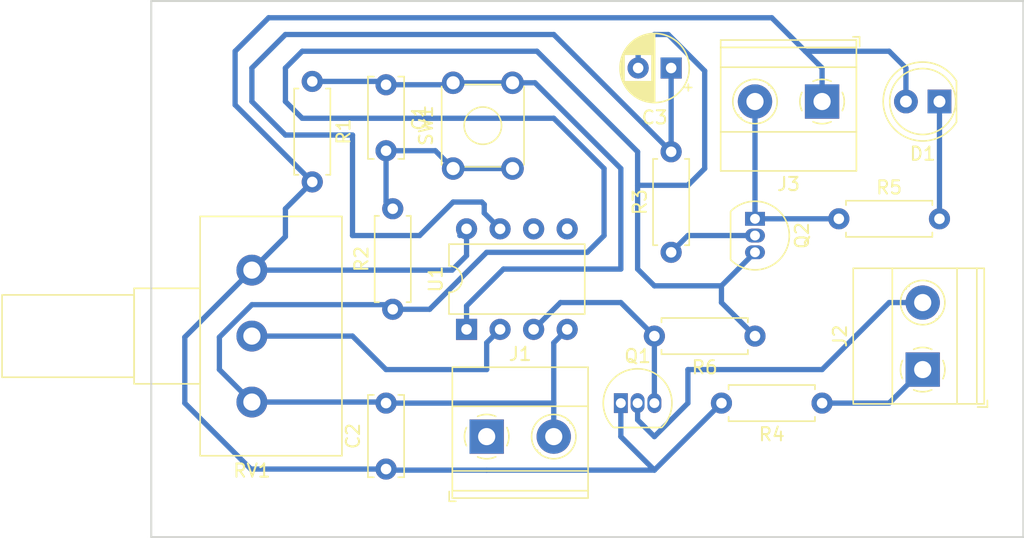
<source format=kicad_pcb>
(kicad_pcb (version 20171130) (host pcbnew "(5.1.9)-1")

  (general
    (thickness 1.6)
    (drawings 4)
    (tracks 118)
    (zones 0)
    (modules 18)
    (nets 15)
  )

  (page A4)
  (layers
    (0 F.Cu signal)
    (31 B.Cu signal)
    (32 B.Adhes user)
    (33 F.Adhes user)
    (34 B.Paste user)
    (35 F.Paste user)
    (36 B.SilkS user)
    (37 F.SilkS user)
    (38 B.Mask user)
    (39 F.Mask user)
    (40 Dwgs.User user)
    (41 Cmts.User user)
    (42 Eco1.User user)
    (43 Eco2.User user)
    (44 Edge.Cuts user)
    (45 Margin user)
    (46 B.CrtYd user)
    (47 F.CrtYd user)
    (48 B.Fab user)
    (49 F.Fab user)
  )

  (setup
    (last_trace_width 0.4)
    (user_trace_width 0.4)
    (trace_clearance 0.2)
    (zone_clearance 0.508)
    (zone_45_only no)
    (trace_min 0.2)
    (via_size 0.8)
    (via_drill 0.4)
    (via_min_size 0.4)
    (via_min_drill 0.3)
    (uvia_size 0.3)
    (uvia_drill 0.1)
    (uvias_allowed no)
    (uvia_min_size 0.2)
    (uvia_min_drill 0.1)
    (edge_width 0.05)
    (segment_width 0.2)
    (pcb_text_width 0.3)
    (pcb_text_size 1.5 1.5)
    (mod_edge_width 0.12)
    (mod_text_size 1 1)
    (mod_text_width 0.15)
    (pad_size 1.524 1.524)
    (pad_drill 0.762)
    (pad_to_mask_clearance 0)
    (aux_axis_origin 0 0)
    (visible_elements 7FFFFFFF)
    (pcbplotparams
      (layerselection 0x010fc_ffffffff)
      (usegerberextensions false)
      (usegerberattributes true)
      (usegerberadvancedattributes true)
      (creategerberjobfile true)
      (excludeedgelayer true)
      (linewidth 0.100000)
      (plotframeref false)
      (viasonmask false)
      (mode 1)
      (useauxorigin false)
      (hpglpennumber 1)
      (hpglpenspeed 20)
      (hpglpendiameter 15.000000)
      (psnegative false)
      (psa4output false)
      (plotreference true)
      (plotvalue true)
      (plotinvisibletext false)
      (padsonsilk false)
      (subtractmaskfromsilk false)
      (outputformat 1)
      (mirror false)
      (drillshape 0)
      (scaleselection 1)
      (outputdirectory ""))
  )

  (net 0 "")
  (net 1 "Net-(C1-Pad2)")
  (net 2 Reset)
  (net 3 +5V)
  (net 4 GND)
  (net 5 "Net-(D1-Pad1)")
  (net 6 "Net-(J2-Pad1)")
  (net 7 "Net-(J2-Pad2)")
  (net 8 "Net-(J3-Pad2)")
  (net 9 Sensor)
  (net 10 "Net-(Q2-Pad2)")
  (net 11 Pump)
  (net 12 Potentiometer)
  (net 13 "Net-(U1-Pad5)")
  (net 14 "Net-(U1-Pad6)")

  (net_class Default "This is the default net class."
    (clearance 0.2)
    (trace_width 0.25)
    (via_dia 0.8)
    (via_drill 0.4)
    (uvia_dia 0.3)
    (uvia_drill 0.1)
    (add_net +5V)
    (add_net GND)
    (add_net "Net-(C1-Pad2)")
    (add_net "Net-(D1-Pad1)")
    (add_net "Net-(J2-Pad1)")
    (add_net "Net-(J2-Pad2)")
    (add_net "Net-(J3-Pad2)")
    (add_net "Net-(Q2-Pad2)")
    (add_net "Net-(U1-Pad5)")
    (add_net "Net-(U1-Pad6)")
    (add_net Potentiometer)
    (add_net Pump)
    (add_net Reset)
    (add_net Sensor)
  )

  (module Potentiometer_THT:Potentiometer_Alps_RK163_Single_Horizontal (layer F.Cu) (tedit 5A3D4993) (tstamp 608E6296)
    (at 71.12 109.3 180)
    (descr "Potentiometer, horizontal, Alps RK163 Single, http://www.alps.com/prod/info/E/HTML/Potentiometer/RotaryPotentiometers/RK16/RK16_list.html")
    (tags "Potentiometer horizontal Alps RK163 Single")
    (path /60939D9E)
    (fp_text reference RV1 (at 0 -15.2) (layer F.SilkS)
      (effects (font (size 1 1) (thickness 0.15)))
    )
    (fp_text value R_POT (at 0 5.2) (layer F.Fab)
      (effects (font (size 1 1) (thickness 0.15)))
    )
    (fp_line (start -6.7 -13.95) (end -6.7 3.95) (layer F.Fab) (width 0.1))
    (fp_line (start -6.7 3.95) (end 3.8 3.95) (layer F.Fab) (width 0.1))
    (fp_line (start 3.8 3.95) (end 3.8 -13.95) (layer F.Fab) (width 0.1))
    (fp_line (start 3.8 -13.95) (end -6.7 -13.95) (layer F.Fab) (width 0.1))
    (fp_line (start 3.8 -8.5) (end 3.8 -1.5) (layer F.Fab) (width 0.1))
    (fp_line (start 3.8 -1.5) (end 8.8 -1.5) (layer F.Fab) (width 0.1))
    (fp_line (start 8.8 -1.5) (end 8.8 -8.5) (layer F.Fab) (width 0.1))
    (fp_line (start 8.8 -8.5) (end 3.8 -8.5) (layer F.Fab) (width 0.1))
    (fp_line (start 8.8 -8) (end 8.8 -2) (layer F.Fab) (width 0.1))
    (fp_line (start 8.8 -2) (end 18.8 -2) (layer F.Fab) (width 0.1))
    (fp_line (start 18.8 -2) (end 18.8 -8) (layer F.Fab) (width 0.1))
    (fp_line (start 18.8 -8) (end 8.8 -8) (layer F.Fab) (width 0.1))
    (fp_line (start -6.82 -14.07) (end 3.92 -14.07) (layer F.SilkS) (width 0.12))
    (fp_line (start -6.82 4.07) (end 3.92 4.07) (layer F.SilkS) (width 0.12))
    (fp_line (start -6.82 -14.07) (end -6.82 4.07) (layer F.SilkS) (width 0.12))
    (fp_line (start 3.92 -14.07) (end 3.92 4.07) (layer F.SilkS) (width 0.12))
    (fp_line (start 3.92 -8.62) (end 8.92 -8.62) (layer F.SilkS) (width 0.12))
    (fp_line (start 3.92 -1.38) (end 8.92 -1.38) (layer F.SilkS) (width 0.12))
    (fp_line (start 3.92 -8.62) (end 3.92 -1.38) (layer F.SilkS) (width 0.12))
    (fp_line (start 8.92 -8.62) (end 8.92 -1.38) (layer F.SilkS) (width 0.12))
    (fp_line (start 8.92 -8.12) (end 18.92 -8.12) (layer F.SilkS) (width 0.12))
    (fp_line (start 8.92 -1.879) (end 18.92 -1.879) (layer F.SilkS) (width 0.12))
    (fp_line (start 8.92 -8.12) (end 8.92 -1.879) (layer F.SilkS) (width 0.12))
    (fp_line (start 18.92 -8.12) (end 18.92 -1.879) (layer F.SilkS) (width 0.12))
    (fp_line (start -6.95 -14.2) (end -6.95 4.2) (layer F.CrtYd) (width 0.05))
    (fp_line (start -6.95 4.2) (end 19.05 4.2) (layer F.CrtYd) (width 0.05))
    (fp_line (start 19.05 4.2) (end 19.05 -14.2) (layer F.CrtYd) (width 0.05))
    (fp_line (start 19.05 -14.2) (end -6.95 -14.2) (layer F.CrtYd) (width 0.05))
    (fp_text user %R (at -1.45 -5) (layer F.Fab)
      (effects (font (size 1 1) (thickness 0.15)))
    )
    (pad 3 thru_hole circle (at 0 -10 180) (size 2.34 2.34) (drill 1.3) (layers *.Cu *.Mask)
      (net 4 GND))
    (pad 2 thru_hole circle (at 0 -5 180) (size 2.34 2.34) (drill 1.3) (layers *.Cu *.Mask)
      (net 12 Potentiometer))
    (pad 1 thru_hole circle (at 0 0 180) (size 2.34 2.34) (drill 1.3) (layers *.Cu *.Mask)
      (net 3 +5V))
    (model ${KISYS3DMOD}/Potentiometer_THT.3dshapes/Potentiometer_Alps_RK163_Single_Horizontal.wrl
      (at (xyz 0 0 0))
      (scale (xyz 1 1 1))
      (rotate (xyz 0 0 0))
    )
  )

  (module TerminalBlock_Phoenix:TerminalBlock_Phoenix_MKDS-1,5-2-5.08_1x02_P5.08mm_Horizontal (layer F.Cu) (tedit 5B294EBC) (tstamp 608E59A4)
    (at 88.9 121.92)
    (descr "Terminal Block Phoenix MKDS-1,5-2-5.08, 2 pins, pitch 5.08mm, size 10.2x9.8mm^2, drill diamater 1.3mm, pad diameter 2.6mm, see http://www.farnell.com/datasheets/100425.pdf, script-generated using https://github.com/pointhi/kicad-footprint-generator/scripts/TerminalBlock_Phoenix")
    (tags "THT Terminal Block Phoenix MKDS-1,5-2-5.08 pitch 5.08mm size 10.2x9.8mm^2 drill 1.3mm pad 2.6mm")
    (path /6089FF0A)
    (fp_text reference J1 (at 2.54 -6.26) (layer F.SilkS)
      (effects (font (size 1 1) (thickness 0.15)))
    )
    (fp_text value Screw_Terminal_01x02 (at 2.54 5.66) (layer F.Fab)
      (effects (font (size 1 1) (thickness 0.15)))
    )
    (fp_circle (center 0 0) (end 1.5 0) (layer F.Fab) (width 0.1))
    (fp_circle (center 5.08 0) (end 6.58 0) (layer F.Fab) (width 0.1))
    (fp_circle (center 5.08 0) (end 6.76 0) (layer F.SilkS) (width 0.12))
    (fp_line (start -2.54 -5.2) (end 7.62 -5.2) (layer F.Fab) (width 0.1))
    (fp_line (start 7.62 -5.2) (end 7.62 4.6) (layer F.Fab) (width 0.1))
    (fp_line (start 7.62 4.6) (end -2.04 4.6) (layer F.Fab) (width 0.1))
    (fp_line (start -2.04 4.6) (end -2.54 4.1) (layer F.Fab) (width 0.1))
    (fp_line (start -2.54 4.1) (end -2.54 -5.2) (layer F.Fab) (width 0.1))
    (fp_line (start -2.54 4.1) (end 7.62 4.1) (layer F.Fab) (width 0.1))
    (fp_line (start -2.6 4.1) (end 7.68 4.1) (layer F.SilkS) (width 0.12))
    (fp_line (start -2.54 2.6) (end 7.62 2.6) (layer F.Fab) (width 0.1))
    (fp_line (start -2.6 2.6) (end 7.68 2.6) (layer F.SilkS) (width 0.12))
    (fp_line (start -2.54 -2.3) (end 7.62 -2.3) (layer F.Fab) (width 0.1))
    (fp_line (start -2.6 -2.301) (end 7.68 -2.301) (layer F.SilkS) (width 0.12))
    (fp_line (start -2.6 -5.261) (end 7.68 -5.261) (layer F.SilkS) (width 0.12))
    (fp_line (start -2.6 4.66) (end 7.68 4.66) (layer F.SilkS) (width 0.12))
    (fp_line (start -2.6 -5.261) (end -2.6 4.66) (layer F.SilkS) (width 0.12))
    (fp_line (start 7.68 -5.261) (end 7.68 4.66) (layer F.SilkS) (width 0.12))
    (fp_line (start 1.138 -0.955) (end -0.955 1.138) (layer F.Fab) (width 0.1))
    (fp_line (start 0.955 -1.138) (end -1.138 0.955) (layer F.Fab) (width 0.1))
    (fp_line (start 6.218 -0.955) (end 4.126 1.138) (layer F.Fab) (width 0.1))
    (fp_line (start 6.035 -1.138) (end 3.943 0.955) (layer F.Fab) (width 0.1))
    (fp_line (start 6.355 -1.069) (end 6.308 -1.023) (layer F.SilkS) (width 0.12))
    (fp_line (start 4.046 1.239) (end 4.011 1.274) (layer F.SilkS) (width 0.12))
    (fp_line (start 6.15 -1.275) (end 6.115 -1.239) (layer F.SilkS) (width 0.12))
    (fp_line (start 3.853 1.023) (end 3.806 1.069) (layer F.SilkS) (width 0.12))
    (fp_line (start -2.84 4.16) (end -2.84 4.9) (layer F.SilkS) (width 0.12))
    (fp_line (start -2.84 4.9) (end -2.34 4.9) (layer F.SilkS) (width 0.12))
    (fp_line (start -3.04 -5.71) (end -3.04 5.1) (layer F.CrtYd) (width 0.05))
    (fp_line (start -3.04 5.1) (end 8.13 5.1) (layer F.CrtYd) (width 0.05))
    (fp_line (start 8.13 5.1) (end 8.13 -5.71) (layer F.CrtYd) (width 0.05))
    (fp_line (start 8.13 -5.71) (end -3.04 -5.71) (layer F.CrtYd) (width 0.05))
    (fp_arc (start 0 0) (end 0 1.68) (angle -24) (layer F.SilkS) (width 0.12))
    (fp_arc (start 0 0) (end 1.535 0.684) (angle -48) (layer F.SilkS) (width 0.12))
    (fp_arc (start 0 0) (end 0.684 -1.535) (angle -48) (layer F.SilkS) (width 0.12))
    (fp_arc (start 0 0) (end -1.535 -0.684) (angle -48) (layer F.SilkS) (width 0.12))
    (fp_arc (start 0 0) (end -0.684 1.535) (angle -25) (layer F.SilkS) (width 0.12))
    (fp_text user %R (at 2.54 3.2) (layer F.Fab)
      (effects (font (size 1 1) (thickness 0.15)))
    )
    (pad 1 thru_hole rect (at 0 0) (size 2.6 2.6) (drill 1.3) (layers *.Cu *.Mask)
      (net 3 +5V))
    (pad 2 thru_hole circle (at 5.08 0) (size 2.6 2.6) (drill 1.3) (layers *.Cu *.Mask)
      (net 4 GND))
    (model ${KISYS3DMOD}/TerminalBlock_Phoenix.3dshapes/TerminalBlock_Phoenix_MKDS-1,5-2-5.08_1x02_P5.08mm_Horizontal.wrl
      (at (xyz 0 0 0))
      (scale (xyz 1 1 1))
      (rotate (xyz 0 0 0))
    )
  )

  (module Package_DIP:DIP-8_W7.62mm (layer F.Cu) (tedit 5A02E8C5) (tstamp 608E734C)
    (at 87.376 113.792 90)
    (descr "8-lead though-hole mounted DIP package, row spacing 7.62 mm (300 mils)")
    (tags "THT DIP DIL PDIP 2.54mm 7.62mm 300mil")
    (path /6089ED63)
    (fp_text reference U1 (at 3.81 -2.33 90) (layer F.SilkS)
      (effects (font (size 1 1) (thickness 0.15)))
    )
    (fp_text value ATtiny13A-PU (at 3.81 9.95 90) (layer F.Fab)
      (effects (font (size 1 1) (thickness 0.15)))
    )
    (fp_line (start 1.635 -1.27) (end 6.985 -1.27) (layer F.Fab) (width 0.1))
    (fp_line (start 6.985 -1.27) (end 6.985 8.89) (layer F.Fab) (width 0.1))
    (fp_line (start 6.985 8.89) (end 0.635 8.89) (layer F.Fab) (width 0.1))
    (fp_line (start 0.635 8.89) (end 0.635 -0.27) (layer F.Fab) (width 0.1))
    (fp_line (start 0.635 -0.27) (end 1.635 -1.27) (layer F.Fab) (width 0.1))
    (fp_line (start 2.81 -1.33) (end 1.16 -1.33) (layer F.SilkS) (width 0.12))
    (fp_line (start 1.16 -1.33) (end 1.16 8.95) (layer F.SilkS) (width 0.12))
    (fp_line (start 1.16 8.95) (end 6.46 8.95) (layer F.SilkS) (width 0.12))
    (fp_line (start 6.46 8.95) (end 6.46 -1.33) (layer F.SilkS) (width 0.12))
    (fp_line (start 6.46 -1.33) (end 4.81 -1.33) (layer F.SilkS) (width 0.12))
    (fp_line (start -1.1 -1.55) (end -1.1 9.15) (layer F.CrtYd) (width 0.05))
    (fp_line (start -1.1 9.15) (end 8.7 9.15) (layer F.CrtYd) (width 0.05))
    (fp_line (start 8.7 9.15) (end 8.7 -1.55) (layer F.CrtYd) (width 0.05))
    (fp_line (start 8.7 -1.55) (end -1.1 -1.55) (layer F.CrtYd) (width 0.05))
    (fp_arc (start 3.81 -1.33) (end 2.81 -1.33) (angle -180) (layer F.SilkS) (width 0.12))
    (fp_text user %R (at 3.81 3.81 90) (layer F.Fab)
      (effects (font (size 1 1) (thickness 0.15)))
    )
    (pad 1 thru_hole rect (at 0 0 90) (size 1.6 1.6) (drill 0.8) (layers *.Cu *.Mask)
      (net 2 Reset))
    (pad 5 thru_hole oval (at 7.62 7.62 90) (size 1.6 1.6) (drill 0.8) (layers *.Cu *.Mask)
      (net 13 "Net-(U1-Pad5)"))
    (pad 2 thru_hole oval (at 0 2.54 90) (size 1.6 1.6) (drill 0.8) (layers *.Cu *.Mask)
      (net 12 Potentiometer))
    (pad 6 thru_hole oval (at 7.62 5.08 90) (size 1.6 1.6) (drill 0.8) (layers *.Cu *.Mask)
      (net 14 "Net-(U1-Pad6)"))
    (pad 3 thru_hole oval (at 0 5.08 90) (size 1.6 1.6) (drill 0.8) (layers *.Cu *.Mask)
      (net 9 Sensor))
    (pad 7 thru_hole oval (at 7.62 2.54 90) (size 1.6 1.6) (drill 0.8) (layers *.Cu *.Mask)
      (net 11 Pump))
    (pad 4 thru_hole oval (at 0 7.62 90) (size 1.6 1.6) (drill 0.8) (layers *.Cu *.Mask)
      (net 4 GND))
    (pad 8 thru_hole oval (at 7.62 0 90) (size 1.6 1.6) (drill 0.8) (layers *.Cu *.Mask)
      (net 3 +5V))
    (model ${KISYS3DMOD}/Package_DIP.3dshapes/DIP-8_W7.62mm.wrl
      (at (xyz 0 0 0))
      (scale (xyz 1 1 1))
      (rotate (xyz 0 0 0))
    )
  )

  (module Capacitor_THT:C_Disc_D6.0mm_W2.5mm_P5.00mm (layer F.Cu) (tedit 5AE50EF0) (tstamp 608E5951)
    (at 81.28 95.25 270)
    (descr "C, Disc series, Radial, pin pitch=5.00mm, , diameter*width=6*2.5mm^2, Capacitor, http://cdn-reichelt.de/documents/datenblatt/B300/DS_KERKO_TC.pdf")
    (tags "C Disc series Radial pin pitch 5.00mm  diameter 6mm width 2.5mm Capacitor")
    (path /6090ADF5)
    (fp_text reference C1 (at 2.5 -2.5 90) (layer F.SilkS)
      (effects (font (size 1 1) (thickness 0.15)))
    )
    (fp_text value 100n (at 2.5 2.5 90) (layer F.Fab)
      (effects (font (size 1 1) (thickness 0.15)))
    )
    (fp_line (start 6.05 -1.5) (end -1.05 -1.5) (layer F.CrtYd) (width 0.05))
    (fp_line (start 6.05 1.5) (end 6.05 -1.5) (layer F.CrtYd) (width 0.05))
    (fp_line (start -1.05 1.5) (end 6.05 1.5) (layer F.CrtYd) (width 0.05))
    (fp_line (start -1.05 -1.5) (end -1.05 1.5) (layer F.CrtYd) (width 0.05))
    (fp_line (start 5.62 0.925) (end 5.62 1.37) (layer F.SilkS) (width 0.12))
    (fp_line (start 5.62 -1.37) (end 5.62 -0.925) (layer F.SilkS) (width 0.12))
    (fp_line (start -0.62 0.925) (end -0.62 1.37) (layer F.SilkS) (width 0.12))
    (fp_line (start -0.62 -1.37) (end -0.62 -0.925) (layer F.SilkS) (width 0.12))
    (fp_line (start -0.62 1.37) (end 5.62 1.37) (layer F.SilkS) (width 0.12))
    (fp_line (start -0.62 -1.37) (end 5.62 -1.37) (layer F.SilkS) (width 0.12))
    (fp_line (start 5.5 -1.25) (end -0.5 -1.25) (layer F.Fab) (width 0.1))
    (fp_line (start 5.5 1.25) (end 5.5 -1.25) (layer F.Fab) (width 0.1))
    (fp_line (start -0.5 1.25) (end 5.5 1.25) (layer F.Fab) (width 0.1))
    (fp_line (start -0.5 -1.25) (end -0.5 1.25) (layer F.Fab) (width 0.1))
    (fp_text user %R (at 2.5 0 90) (layer F.Fab)
      (effects (font (size 1 1) (thickness 0.15)))
    )
    (pad 2 thru_hole circle (at 5 0 270) (size 1.6 1.6) (drill 0.8) (layers *.Cu *.Mask)
      (net 1 "Net-(C1-Pad2)"))
    (pad 1 thru_hole circle (at 0 0 270) (size 1.6 1.6) (drill 0.8) (layers *.Cu *.Mask)
      (net 2 Reset))
    (model ${KISYS3DMOD}/Capacitor_THT.3dshapes/C_Disc_D6.0mm_W2.5mm_P5.00mm.wrl
      (at (xyz 0 0 0))
      (scale (xyz 1 1 1))
      (rotate (xyz 0 0 0))
    )
  )

  (module Capacitor_THT:C_Disc_D6.0mm_W2.5mm_P5.00mm (layer F.Cu) (tedit 5AE50EF0) (tstamp 608E96E9)
    (at 81.28 124.38 90)
    (descr "C, Disc series, Radial, pin pitch=5.00mm, , diameter*width=6*2.5mm^2, Capacitor, http://cdn-reichelt.de/documents/datenblatt/B300/DS_KERKO_TC.pdf")
    (tags "C Disc series Radial pin pitch 5.00mm  diameter 6mm width 2.5mm Capacitor")
    (path /60A4B192)
    (fp_text reference C2 (at 2.5 -2.5 90) (layer F.SilkS)
      (effects (font (size 1 1) (thickness 0.15)))
    )
    (fp_text value 100n (at 2.5 2.5 90) (layer F.Fab)
      (effects (font (size 1 1) (thickness 0.15)))
    )
    (fp_line (start -0.5 -1.25) (end -0.5 1.25) (layer F.Fab) (width 0.1))
    (fp_line (start -0.5 1.25) (end 5.5 1.25) (layer F.Fab) (width 0.1))
    (fp_line (start 5.5 1.25) (end 5.5 -1.25) (layer F.Fab) (width 0.1))
    (fp_line (start 5.5 -1.25) (end -0.5 -1.25) (layer F.Fab) (width 0.1))
    (fp_line (start -0.62 -1.37) (end 5.62 -1.37) (layer F.SilkS) (width 0.12))
    (fp_line (start -0.62 1.37) (end 5.62 1.37) (layer F.SilkS) (width 0.12))
    (fp_line (start -0.62 -1.37) (end -0.62 -0.925) (layer F.SilkS) (width 0.12))
    (fp_line (start -0.62 0.925) (end -0.62 1.37) (layer F.SilkS) (width 0.12))
    (fp_line (start 5.62 -1.37) (end 5.62 -0.925) (layer F.SilkS) (width 0.12))
    (fp_line (start 5.62 0.925) (end 5.62 1.37) (layer F.SilkS) (width 0.12))
    (fp_line (start -1.05 -1.5) (end -1.05 1.5) (layer F.CrtYd) (width 0.05))
    (fp_line (start -1.05 1.5) (end 6.05 1.5) (layer F.CrtYd) (width 0.05))
    (fp_line (start 6.05 1.5) (end 6.05 -1.5) (layer F.CrtYd) (width 0.05))
    (fp_line (start 6.05 -1.5) (end -1.05 -1.5) (layer F.CrtYd) (width 0.05))
    (fp_text user %R (at 2.5 0 90) (layer F.Fab)
      (effects (font (size 1 1) (thickness 0.15)))
    )
    (pad 1 thru_hole circle (at 0 0 90) (size 1.6 1.6) (drill 0.8) (layers *.Cu *.Mask)
      (net 3 +5V))
    (pad 2 thru_hole circle (at 5 0 90) (size 1.6 1.6) (drill 0.8) (layers *.Cu *.Mask)
      (net 4 GND))
    (model ${KISYS3DMOD}/Capacitor_THT.3dshapes/C_Disc_D6.0mm_W2.5mm_P5.00mm.wrl
      (at (xyz 0 0 0))
      (scale (xyz 1 1 1))
      (rotate (xyz 0 0 0))
    )
  )

  (module LED_THT:LED_D5.0mm (layer F.Cu) (tedit 5995936A) (tstamp 608E8B35)
    (at 123.19 96.52 180)
    (descr "LED, diameter 5.0mm, 2 pins, http://cdn-reichelt.de/documents/datenblatt/A500/LL-504BC2E-009.pdf")
    (tags "LED diameter 5.0mm 2 pins")
    (path /608ED5E0)
    (fp_text reference D1 (at 1.27 -3.96) (layer F.SilkS)
      (effects (font (size 1 1) (thickness 0.15)))
    )
    (fp_text value LED (at 1.27 3.96) (layer F.Fab)
      (effects (font (size 1 1) (thickness 0.15)))
    )
    (fp_circle (center 1.27 0) (end 3.77 0) (layer F.Fab) (width 0.1))
    (fp_circle (center 1.27 0) (end 3.77 0) (layer F.SilkS) (width 0.12))
    (fp_line (start -1.23 -1.469694) (end -1.23 1.469694) (layer F.Fab) (width 0.1))
    (fp_line (start -1.29 -1.545) (end -1.29 1.545) (layer F.SilkS) (width 0.12))
    (fp_line (start -1.95 -3.25) (end -1.95 3.25) (layer F.CrtYd) (width 0.05))
    (fp_line (start -1.95 3.25) (end 4.5 3.25) (layer F.CrtYd) (width 0.05))
    (fp_line (start 4.5 3.25) (end 4.5 -3.25) (layer F.CrtYd) (width 0.05))
    (fp_line (start 4.5 -3.25) (end -1.95 -3.25) (layer F.CrtYd) (width 0.05))
    (fp_arc (start 1.27 0) (end -1.23 -1.469694) (angle 299.1) (layer F.Fab) (width 0.1))
    (fp_arc (start 1.27 0) (end -1.29 -1.54483) (angle 148.9) (layer F.SilkS) (width 0.12))
    (fp_arc (start 1.27 0) (end -1.29 1.54483) (angle -148.9) (layer F.SilkS) (width 0.12))
    (fp_text user %R (at 1.25 0) (layer F.Fab)
      (effects (font (size 0.8 0.8) (thickness 0.2)))
    )
    (pad 1 thru_hole rect (at 0 0 180) (size 1.8 1.8) (drill 0.9) (layers *.Cu *.Mask)
      (net 5 "Net-(D1-Pad1)"))
    (pad 2 thru_hole circle (at 2.54 0 180) (size 1.8 1.8) (drill 0.9) (layers *.Cu *.Mask)
      (net 3 +5V))
    (model ${KISYS3DMOD}/LED_THT.3dshapes/LED_D5.0mm.wrl
      (at (xyz 0 0 0))
      (scale (xyz 1 1 1))
      (rotate (xyz 0 0 0))
    )
  )

  (module TerminalBlock_Phoenix:TerminalBlock_Phoenix_MKDS-1,5-2-5.08_1x02_P5.08mm_Horizontal (layer F.Cu) (tedit 5B294EBC) (tstamp 608E8D68)
    (at 121.92 116.84 90)
    (descr "Terminal Block Phoenix MKDS-1,5-2-5.08, 2 pins, pitch 5.08mm, size 10.2x9.8mm^2, drill diamater 1.3mm, pad diameter 2.6mm, see http://www.farnell.com/datasheets/100425.pdf, script-generated using https://github.com/pointhi/kicad-footprint-generator/scripts/TerminalBlock_Phoenix")
    (tags "THT Terminal Block Phoenix MKDS-1,5-2-5.08 pitch 5.08mm size 10.2x9.8mm^2 drill 1.3mm pad 2.6mm")
    (path /608DCD99)
    (fp_text reference J2 (at 2.54 -6.26 90) (layer F.SilkS)
      (effects (font (size 1 1) (thickness 0.15)))
    )
    (fp_text value Screw_Terminal_01x02 (at 2.54 5.66 90) (layer F.Fab)
      (effects (font (size 1 1) (thickness 0.15)))
    )
    (fp_circle (center 0 0) (end 1.5 0) (layer F.Fab) (width 0.1))
    (fp_circle (center 5.08 0) (end 6.58 0) (layer F.Fab) (width 0.1))
    (fp_circle (center 5.08 0) (end 6.76 0) (layer F.SilkS) (width 0.12))
    (fp_line (start -2.54 -5.2) (end 7.62 -5.2) (layer F.Fab) (width 0.1))
    (fp_line (start 7.62 -5.2) (end 7.62 4.6) (layer F.Fab) (width 0.1))
    (fp_line (start 7.62 4.6) (end -2.04 4.6) (layer F.Fab) (width 0.1))
    (fp_line (start -2.04 4.6) (end -2.54 4.1) (layer F.Fab) (width 0.1))
    (fp_line (start -2.54 4.1) (end -2.54 -5.2) (layer F.Fab) (width 0.1))
    (fp_line (start -2.54 4.1) (end 7.62 4.1) (layer F.Fab) (width 0.1))
    (fp_line (start -2.6 4.1) (end 7.68 4.1) (layer F.SilkS) (width 0.12))
    (fp_line (start -2.54 2.6) (end 7.62 2.6) (layer F.Fab) (width 0.1))
    (fp_line (start -2.6 2.6) (end 7.68 2.6) (layer F.SilkS) (width 0.12))
    (fp_line (start -2.54 -2.3) (end 7.62 -2.3) (layer F.Fab) (width 0.1))
    (fp_line (start -2.6 -2.301) (end 7.68 -2.301) (layer F.SilkS) (width 0.12))
    (fp_line (start -2.6 -5.261) (end 7.68 -5.261) (layer F.SilkS) (width 0.12))
    (fp_line (start -2.6 4.66) (end 7.68 4.66) (layer F.SilkS) (width 0.12))
    (fp_line (start -2.6 -5.261) (end -2.6 4.66) (layer F.SilkS) (width 0.12))
    (fp_line (start 7.68 -5.261) (end 7.68 4.66) (layer F.SilkS) (width 0.12))
    (fp_line (start 1.138 -0.955) (end -0.955 1.138) (layer F.Fab) (width 0.1))
    (fp_line (start 0.955 -1.138) (end -1.138 0.955) (layer F.Fab) (width 0.1))
    (fp_line (start 6.218 -0.955) (end 4.126 1.138) (layer F.Fab) (width 0.1))
    (fp_line (start 6.035 -1.138) (end 3.943 0.955) (layer F.Fab) (width 0.1))
    (fp_line (start 6.355 -1.069) (end 6.308 -1.023) (layer F.SilkS) (width 0.12))
    (fp_line (start 4.046 1.239) (end 4.011 1.274) (layer F.SilkS) (width 0.12))
    (fp_line (start 6.15 -1.275) (end 6.115 -1.239) (layer F.SilkS) (width 0.12))
    (fp_line (start 3.853 1.023) (end 3.806 1.069) (layer F.SilkS) (width 0.12))
    (fp_line (start -2.84 4.16) (end -2.84 4.9) (layer F.SilkS) (width 0.12))
    (fp_line (start -2.84 4.9) (end -2.34 4.9) (layer F.SilkS) (width 0.12))
    (fp_line (start -3.04 -5.71) (end -3.04 5.1) (layer F.CrtYd) (width 0.05))
    (fp_line (start -3.04 5.1) (end 8.13 5.1) (layer F.CrtYd) (width 0.05))
    (fp_line (start 8.13 5.1) (end 8.13 -5.71) (layer F.CrtYd) (width 0.05))
    (fp_line (start 8.13 -5.71) (end -3.04 -5.71) (layer F.CrtYd) (width 0.05))
    (fp_arc (start 0 0) (end 0 1.68) (angle -24) (layer F.SilkS) (width 0.12))
    (fp_arc (start 0 0) (end 1.535 0.684) (angle -48) (layer F.SilkS) (width 0.12))
    (fp_arc (start 0 0) (end 0.684 -1.535) (angle -48) (layer F.SilkS) (width 0.12))
    (fp_arc (start 0 0) (end -1.535 -0.684) (angle -48) (layer F.SilkS) (width 0.12))
    (fp_arc (start 0 0) (end -0.684 1.535) (angle -25) (layer F.SilkS) (width 0.12))
    (fp_text user %R (at 2.54 3.2 90) (layer F.Fab)
      (effects (font (size 1 1) (thickness 0.15)))
    )
    (pad 1 thru_hole rect (at 0 0 90) (size 2.6 2.6) (drill 1.3) (layers *.Cu *.Mask)
      (net 6 "Net-(J2-Pad1)"))
    (pad 2 thru_hole circle (at 5.08 0 90) (size 2.6 2.6) (drill 1.3) (layers *.Cu *.Mask)
      (net 7 "Net-(J2-Pad2)"))
    (model ${KISYS3DMOD}/TerminalBlock_Phoenix.3dshapes/TerminalBlock_Phoenix_MKDS-1,5-2-5.08_1x02_P5.08mm_Horizontal.wrl
      (at (xyz 0 0 0))
      (scale (xyz 1 1 1))
      (rotate (xyz 0 0 0))
    )
  )

  (module TerminalBlock_Phoenix:TerminalBlock_Phoenix_MKDS-1,5-2-5.08_1x02_P5.08mm_Horizontal (layer F.Cu) (tedit 5B294EBC) (tstamp 608E59FC)
    (at 114.3 96.52 180)
    (descr "Terminal Block Phoenix MKDS-1,5-2-5.08, 2 pins, pitch 5.08mm, size 10.2x9.8mm^2, drill diamater 1.3mm, pad diameter 2.6mm, see http://www.farnell.com/datasheets/100425.pdf, script-generated using https://github.com/pointhi/kicad-footprint-generator/scripts/TerminalBlock_Phoenix")
    (tags "THT Terminal Block Phoenix MKDS-1,5-2-5.08 pitch 5.08mm size 10.2x9.8mm^2 drill 1.3mm pad 2.6mm")
    (path /608B19B6)
    (fp_text reference J3 (at 2.54 -6.26) (layer F.SilkS)
      (effects (font (size 1 1) (thickness 0.15)))
    )
    (fp_text value Screw_Terminal_01x02 (at 2.54 5.66) (layer F.Fab)
      (effects (font (size 1 1) (thickness 0.15)))
    )
    (fp_line (start 8.13 -5.71) (end -3.04 -5.71) (layer F.CrtYd) (width 0.05))
    (fp_line (start 8.13 5.1) (end 8.13 -5.71) (layer F.CrtYd) (width 0.05))
    (fp_line (start -3.04 5.1) (end 8.13 5.1) (layer F.CrtYd) (width 0.05))
    (fp_line (start -3.04 -5.71) (end -3.04 5.1) (layer F.CrtYd) (width 0.05))
    (fp_line (start -2.84 4.9) (end -2.34 4.9) (layer F.SilkS) (width 0.12))
    (fp_line (start -2.84 4.16) (end -2.84 4.9) (layer F.SilkS) (width 0.12))
    (fp_line (start 3.853 1.023) (end 3.806 1.069) (layer F.SilkS) (width 0.12))
    (fp_line (start 6.15 -1.275) (end 6.115 -1.239) (layer F.SilkS) (width 0.12))
    (fp_line (start 4.046 1.239) (end 4.011 1.274) (layer F.SilkS) (width 0.12))
    (fp_line (start 6.355 -1.069) (end 6.308 -1.023) (layer F.SilkS) (width 0.12))
    (fp_line (start 6.035 -1.138) (end 3.943 0.955) (layer F.Fab) (width 0.1))
    (fp_line (start 6.218 -0.955) (end 4.126 1.138) (layer F.Fab) (width 0.1))
    (fp_line (start 0.955 -1.138) (end -1.138 0.955) (layer F.Fab) (width 0.1))
    (fp_line (start 1.138 -0.955) (end -0.955 1.138) (layer F.Fab) (width 0.1))
    (fp_line (start 7.68 -5.261) (end 7.68 4.66) (layer F.SilkS) (width 0.12))
    (fp_line (start -2.6 -5.261) (end -2.6 4.66) (layer F.SilkS) (width 0.12))
    (fp_line (start -2.6 4.66) (end 7.68 4.66) (layer F.SilkS) (width 0.12))
    (fp_line (start -2.6 -5.261) (end 7.68 -5.261) (layer F.SilkS) (width 0.12))
    (fp_line (start -2.6 -2.301) (end 7.68 -2.301) (layer F.SilkS) (width 0.12))
    (fp_line (start -2.54 -2.3) (end 7.62 -2.3) (layer F.Fab) (width 0.1))
    (fp_line (start -2.6 2.6) (end 7.68 2.6) (layer F.SilkS) (width 0.12))
    (fp_line (start -2.54 2.6) (end 7.62 2.6) (layer F.Fab) (width 0.1))
    (fp_line (start -2.6 4.1) (end 7.68 4.1) (layer F.SilkS) (width 0.12))
    (fp_line (start -2.54 4.1) (end 7.62 4.1) (layer F.Fab) (width 0.1))
    (fp_line (start -2.54 4.1) (end -2.54 -5.2) (layer F.Fab) (width 0.1))
    (fp_line (start -2.04 4.6) (end -2.54 4.1) (layer F.Fab) (width 0.1))
    (fp_line (start 7.62 4.6) (end -2.04 4.6) (layer F.Fab) (width 0.1))
    (fp_line (start 7.62 -5.2) (end 7.62 4.6) (layer F.Fab) (width 0.1))
    (fp_line (start -2.54 -5.2) (end 7.62 -5.2) (layer F.Fab) (width 0.1))
    (fp_circle (center 5.08 0) (end 6.76 0) (layer F.SilkS) (width 0.12))
    (fp_circle (center 5.08 0) (end 6.58 0) (layer F.Fab) (width 0.1))
    (fp_circle (center 0 0) (end 1.5 0) (layer F.Fab) (width 0.1))
    (fp_text user %R (at 2.54 3.2) (layer F.Fab)
      (effects (font (size 1 1) (thickness 0.15)))
    )
    (fp_arc (start 0 0) (end -0.684 1.535) (angle -25) (layer F.SilkS) (width 0.12))
    (fp_arc (start 0 0) (end -1.535 -0.684) (angle -48) (layer F.SilkS) (width 0.12))
    (fp_arc (start 0 0) (end 0.684 -1.535) (angle -48) (layer F.SilkS) (width 0.12))
    (fp_arc (start 0 0) (end 1.535 0.684) (angle -48) (layer F.SilkS) (width 0.12))
    (fp_arc (start 0 0) (end 0 1.68) (angle -24) (layer F.SilkS) (width 0.12))
    (pad 2 thru_hole circle (at 5.08 0 180) (size 2.6 2.6) (drill 1.3) (layers *.Cu *.Mask)
      (net 8 "Net-(J3-Pad2)"))
    (pad 1 thru_hole rect (at 0 0 180) (size 2.6 2.6) (drill 1.3) (layers *.Cu *.Mask)
      (net 3 +5V))
    (model ${KISYS3DMOD}/TerminalBlock_Phoenix.3dshapes/TerminalBlock_Phoenix_MKDS-1,5-2-5.08_1x02_P5.08mm_Horizontal.wrl
      (at (xyz 0 0 0))
      (scale (xyz 1 1 1))
      (rotate (xyz 0 0 0))
    )
  )

  (module Package_TO_SOT_THT:TO-92_Inline (layer F.Cu) (tedit 5A1DD157) (tstamp 608E8C78)
    (at 99.06 119.38)
    (descr "TO-92 leads in-line, narrow, oval pads, drill 0.75mm (see NXP sot054_po.pdf)")
    (tags "to-92 sc-43 sc-43a sot54 PA33 transistor")
    (path /608DC426)
    (fp_text reference Q1 (at 1.27 -3.56) (layer F.SilkS)
      (effects (font (size 1 1) (thickness 0.15)))
    )
    (fp_text value BC547 (at 1.27 2.79) (layer F.Fab)
      (effects (font (size 1 1) (thickness 0.15)))
    )
    (fp_line (start -0.53 1.85) (end 3.07 1.85) (layer F.SilkS) (width 0.12))
    (fp_line (start -0.5 1.75) (end 3 1.75) (layer F.Fab) (width 0.1))
    (fp_line (start -1.46 -2.73) (end 4 -2.73) (layer F.CrtYd) (width 0.05))
    (fp_line (start -1.46 -2.73) (end -1.46 2.01) (layer F.CrtYd) (width 0.05))
    (fp_line (start 4 2.01) (end 4 -2.73) (layer F.CrtYd) (width 0.05))
    (fp_line (start 4 2.01) (end -1.46 2.01) (layer F.CrtYd) (width 0.05))
    (fp_text user %R (at 1.27 0) (layer F.Fab)
      (effects (font (size 1 1) (thickness 0.15)))
    )
    (fp_arc (start 1.27 0) (end 1.27 -2.48) (angle 135) (layer F.Fab) (width 0.1))
    (fp_arc (start 1.27 0) (end 1.27 -2.6) (angle -135) (layer F.SilkS) (width 0.12))
    (fp_arc (start 1.27 0) (end 1.27 -2.48) (angle -135) (layer F.Fab) (width 0.1))
    (fp_arc (start 1.27 0) (end 1.27 -2.6) (angle 135) (layer F.SilkS) (width 0.12))
    (pad 2 thru_hole oval (at 1.27 0) (size 1.05 1.5) (drill 0.75) (layers *.Cu *.Mask)
      (net 7 "Net-(J2-Pad2)"))
    (pad 3 thru_hole oval (at 2.54 0) (size 1.05 1.5) (drill 0.75) (layers *.Cu *.Mask)
      (net 9 Sensor))
    (pad 1 thru_hole rect (at 0 0) (size 1.05 1.5) (drill 0.75) (layers *.Cu *.Mask)
      (net 3 +5V))
    (model ${KISYS3DMOD}/Package_TO_SOT_THT.3dshapes/TO-92_Inline.wrl
      (at (xyz 0 0 0))
      (scale (xyz 1 1 1))
      (rotate (xyz 0 0 0))
    )
  )

  (module Package_TO_SOT_THT:TO-92_Inline (layer F.Cu) (tedit 5A1DD157) (tstamp 608E8A7E)
    (at 109.22 105.41 270)
    (descr "TO-92 leads in-line, narrow, oval pads, drill 0.75mm (see NXP sot054_po.pdf)")
    (tags "to-92 sc-43 sc-43a sot54 PA33 transistor")
    (path /608A0728)
    (fp_text reference Q2 (at 1.27 -3.56 90) (layer F.SilkS)
      (effects (font (size 1 1) (thickness 0.15)))
    )
    (fp_text value BC337 (at 1.27 2.79 90) (layer F.Fab)
      (effects (font (size 1 1) (thickness 0.15)))
    )
    (fp_line (start 4 2.01) (end -1.46 2.01) (layer F.CrtYd) (width 0.05))
    (fp_line (start 4 2.01) (end 4 -2.73) (layer F.CrtYd) (width 0.05))
    (fp_line (start -1.46 -2.73) (end -1.46 2.01) (layer F.CrtYd) (width 0.05))
    (fp_line (start -1.46 -2.73) (end 4 -2.73) (layer F.CrtYd) (width 0.05))
    (fp_line (start -0.5 1.75) (end 3 1.75) (layer F.Fab) (width 0.1))
    (fp_line (start -0.53 1.85) (end 3.07 1.85) (layer F.SilkS) (width 0.12))
    (fp_arc (start 1.27 0) (end 1.27 -2.6) (angle 135) (layer F.SilkS) (width 0.12))
    (fp_arc (start 1.27 0) (end 1.27 -2.48) (angle -135) (layer F.Fab) (width 0.1))
    (fp_arc (start 1.27 0) (end 1.27 -2.6) (angle -135) (layer F.SilkS) (width 0.12))
    (fp_arc (start 1.27 0) (end 1.27 -2.48) (angle 135) (layer F.Fab) (width 0.1))
    (fp_text user %R (at 1.27 0 90) (layer F.Fab)
      (effects (font (size 1 1) (thickness 0.15)))
    )
    (pad 1 thru_hole rect (at 0 0 270) (size 1.05 1.5) (drill 0.75) (layers *.Cu *.Mask)
      (net 8 "Net-(J3-Pad2)"))
    (pad 3 thru_hole oval (at 2.54 0 270) (size 1.05 1.5) (drill 0.75) (layers *.Cu *.Mask)
      (net 4 GND))
    (pad 2 thru_hole oval (at 1.27 0 270) (size 1.05 1.5) (drill 0.75) (layers *.Cu *.Mask)
      (net 10 "Net-(Q2-Pad2)"))
    (model ${KISYS3DMOD}/Package_TO_SOT_THT.3dshapes/TO-92_Inline.wrl
      (at (xyz 0 0 0))
      (scale (xyz 1 1 1))
      (rotate (xyz 0 0 0))
    )
  )

  (module Resistor_THT:R_Axial_DIN0207_L6.3mm_D2.5mm_P7.62mm_Horizontal (layer F.Cu) (tedit 5AE5139B) (tstamp 608E5A37)
    (at 75.692 94.996 270)
    (descr "Resistor, Axial_DIN0207 series, Axial, Horizontal, pin pitch=7.62mm, 0.25W = 1/4W, length*diameter=6.3*2.5mm^2, http://cdn-reichelt.de/documents/datenblatt/B400/1_4W%23YAG.pdf")
    (tags "Resistor Axial_DIN0207 series Axial Horizontal pin pitch 7.62mm 0.25W = 1/4W length 6.3mm diameter 2.5mm")
    (path /6090B1A4)
    (fp_text reference R1 (at 3.81 -2.37 90) (layer F.SilkS)
      (effects (font (size 1 1) (thickness 0.15)))
    )
    (fp_text value 10K (at 3.81 -0.508 90) (layer F.Fab)
      (effects (font (size 1 1) (thickness 0.15)))
    )
    (fp_line (start 8.67 -1.5) (end -1.05 -1.5) (layer F.CrtYd) (width 0.05))
    (fp_line (start 8.67 1.5) (end 8.67 -1.5) (layer F.CrtYd) (width 0.05))
    (fp_line (start -1.05 1.5) (end 8.67 1.5) (layer F.CrtYd) (width 0.05))
    (fp_line (start -1.05 -1.5) (end -1.05 1.5) (layer F.CrtYd) (width 0.05))
    (fp_line (start 7.08 1.37) (end 7.08 1.04) (layer F.SilkS) (width 0.12))
    (fp_line (start 0.54 1.37) (end 7.08 1.37) (layer F.SilkS) (width 0.12))
    (fp_line (start 0.54 1.04) (end 0.54 1.37) (layer F.SilkS) (width 0.12))
    (fp_line (start 7.08 -1.37) (end 7.08 -1.04) (layer F.SilkS) (width 0.12))
    (fp_line (start 0.54 -1.37) (end 7.08 -1.37) (layer F.SilkS) (width 0.12))
    (fp_line (start 0.54 -1.04) (end 0.54 -1.37) (layer F.SilkS) (width 0.12))
    (fp_line (start 7.62 0) (end 6.96 0) (layer F.Fab) (width 0.1))
    (fp_line (start 0 0) (end 0.66 0) (layer F.Fab) (width 0.1))
    (fp_line (start 6.96 -1.25) (end 0.66 -1.25) (layer F.Fab) (width 0.1))
    (fp_line (start 6.96 1.25) (end 6.96 -1.25) (layer F.Fab) (width 0.1))
    (fp_line (start 0.66 1.25) (end 6.96 1.25) (layer F.Fab) (width 0.1))
    (fp_line (start 0.66 -1.25) (end 0.66 1.25) (layer F.Fab) (width 0.1))
    (fp_text user %R (at 3.81 0 90) (layer F.Fab)
      (effects (font (size 1 1) (thickness 0.15)))
    )
    (pad 2 thru_hole oval (at 7.62 0 270) (size 1.6 1.6) (drill 0.8) (layers *.Cu *.Mask)
      (net 3 +5V))
    (pad 1 thru_hole circle (at 0 0 270) (size 1.6 1.6) (drill 0.8) (layers *.Cu *.Mask)
      (net 2 Reset))
    (model ${KISYS3DMOD}/Resistor_THT.3dshapes/R_Axial_DIN0207_L6.3mm_D2.5mm_P7.62mm_Horizontal.wrl
      (at (xyz 0 0 0))
      (scale (xyz 1 1 1))
      (rotate (xyz 0 0 0))
    )
  )

  (module Resistor_THT:R_Axial_DIN0207_L6.3mm_D2.5mm_P7.62mm_Horizontal (layer F.Cu) (tedit 5AE5139B) (tstamp 608E5A4E)
    (at 81.788 112.268 90)
    (descr "Resistor, Axial_DIN0207 series, Axial, Horizontal, pin pitch=7.62mm, 0.25W = 1/4W, length*diameter=6.3*2.5mm^2, http://cdn-reichelt.de/documents/datenblatt/B400/1_4W%23YAG.pdf")
    (tags "Resistor Axial_DIN0207 series Axial Horizontal pin pitch 7.62mm 0.25W = 1/4W length 6.3mm diameter 2.5mm")
    (path /609102F0)
    (fp_text reference R2 (at 3.81 -2.37 90) (layer F.SilkS)
      (effects (font (size 1 1) (thickness 0.15)))
    )
    (fp_text value 1K (at 3.81 -0.508 90) (layer F.Fab)
      (effects (font (size 1 1) (thickness 0.15)))
    )
    (fp_line (start 0.66 -1.25) (end 0.66 1.25) (layer F.Fab) (width 0.1))
    (fp_line (start 0.66 1.25) (end 6.96 1.25) (layer F.Fab) (width 0.1))
    (fp_line (start 6.96 1.25) (end 6.96 -1.25) (layer F.Fab) (width 0.1))
    (fp_line (start 6.96 -1.25) (end 0.66 -1.25) (layer F.Fab) (width 0.1))
    (fp_line (start 0 0) (end 0.66 0) (layer F.Fab) (width 0.1))
    (fp_line (start 7.62 0) (end 6.96 0) (layer F.Fab) (width 0.1))
    (fp_line (start 0.54 -1.04) (end 0.54 -1.37) (layer F.SilkS) (width 0.12))
    (fp_line (start 0.54 -1.37) (end 7.08 -1.37) (layer F.SilkS) (width 0.12))
    (fp_line (start 7.08 -1.37) (end 7.08 -1.04) (layer F.SilkS) (width 0.12))
    (fp_line (start 0.54 1.04) (end 0.54 1.37) (layer F.SilkS) (width 0.12))
    (fp_line (start 0.54 1.37) (end 7.08 1.37) (layer F.SilkS) (width 0.12))
    (fp_line (start 7.08 1.37) (end 7.08 1.04) (layer F.SilkS) (width 0.12))
    (fp_line (start -1.05 -1.5) (end -1.05 1.5) (layer F.CrtYd) (width 0.05))
    (fp_line (start -1.05 1.5) (end 8.67 1.5) (layer F.CrtYd) (width 0.05))
    (fp_line (start 8.67 1.5) (end 8.67 -1.5) (layer F.CrtYd) (width 0.05))
    (fp_line (start 8.67 -1.5) (end -1.05 -1.5) (layer F.CrtYd) (width 0.05))
    (fp_text user %R (at 3.81 0 90) (layer F.Fab)
      (effects (font (size 1 1) (thickness 0.15)))
    )
    (pad 1 thru_hole circle (at 0 0 90) (size 1.6 1.6) (drill 0.8) (layers *.Cu *.Mask)
      (net 4 GND))
    (pad 2 thru_hole oval (at 7.62 0 90) (size 1.6 1.6) (drill 0.8) (layers *.Cu *.Mask)
      (net 1 "Net-(C1-Pad2)"))
    (model ${KISYS3DMOD}/Resistor_THT.3dshapes/R_Axial_DIN0207_L6.3mm_D2.5mm_P7.62mm_Horizontal.wrl
      (at (xyz 0 0 0))
      (scale (xyz 1 1 1))
      (rotate (xyz 0 0 0))
    )
  )

  (module Resistor_THT:R_Axial_DIN0207_L6.3mm_D2.5mm_P7.62mm_Horizontal (layer F.Cu) (tedit 5AE5139B) (tstamp 608E5A65)
    (at 102.87 107.95 90)
    (descr "Resistor, Axial_DIN0207 series, Axial, Horizontal, pin pitch=7.62mm, 0.25W = 1/4W, length*diameter=6.3*2.5mm^2, http://cdn-reichelt.de/documents/datenblatt/B400/1_4W%23YAG.pdf")
    (tags "Resistor Axial_DIN0207 series Axial Horizontal pin pitch 7.62mm 0.25W = 1/4W length 6.3mm diameter 2.5mm")
    (path /608B0CE2)
    (fp_text reference R3 (at 3.81 -2.37 90) (layer F.SilkS)
      (effects (font (size 1 1) (thickness 0.15)))
    )
    (fp_text value 1K (at 3.81 0 90) (layer F.Fab)
      (effects (font (size 1 1) (thickness 0.15)))
    )
    (fp_line (start 8.67 -1.5) (end -1.05 -1.5) (layer F.CrtYd) (width 0.05))
    (fp_line (start 8.67 1.5) (end 8.67 -1.5) (layer F.CrtYd) (width 0.05))
    (fp_line (start -1.05 1.5) (end 8.67 1.5) (layer F.CrtYd) (width 0.05))
    (fp_line (start -1.05 -1.5) (end -1.05 1.5) (layer F.CrtYd) (width 0.05))
    (fp_line (start 7.08 1.37) (end 7.08 1.04) (layer F.SilkS) (width 0.12))
    (fp_line (start 0.54 1.37) (end 7.08 1.37) (layer F.SilkS) (width 0.12))
    (fp_line (start 0.54 1.04) (end 0.54 1.37) (layer F.SilkS) (width 0.12))
    (fp_line (start 7.08 -1.37) (end 7.08 -1.04) (layer F.SilkS) (width 0.12))
    (fp_line (start 0.54 -1.37) (end 7.08 -1.37) (layer F.SilkS) (width 0.12))
    (fp_line (start 0.54 -1.04) (end 0.54 -1.37) (layer F.SilkS) (width 0.12))
    (fp_line (start 7.62 0) (end 6.96 0) (layer F.Fab) (width 0.1))
    (fp_line (start 0 0) (end 0.66 0) (layer F.Fab) (width 0.1))
    (fp_line (start 6.96 -1.25) (end 0.66 -1.25) (layer F.Fab) (width 0.1))
    (fp_line (start 6.96 1.25) (end 6.96 -1.25) (layer F.Fab) (width 0.1))
    (fp_line (start 0.66 1.25) (end 6.96 1.25) (layer F.Fab) (width 0.1))
    (fp_line (start 0.66 -1.25) (end 0.66 1.25) (layer F.Fab) (width 0.1))
    (fp_text user %R (at 3.81 0 90) (layer F.Fab)
      (effects (font (size 1 1) (thickness 0.15)))
    )
    (pad 2 thru_hole oval (at 7.62 0 90) (size 1.6 1.6) (drill 0.8) (layers *.Cu *.Mask)
      (net 11 Pump))
    (pad 1 thru_hole circle (at 0 0 90) (size 1.6 1.6) (drill 0.8) (layers *.Cu *.Mask)
      (net 10 "Net-(Q2-Pad2)"))
    (model ${KISYS3DMOD}/Resistor_THT.3dshapes/R_Axial_DIN0207_L6.3mm_D2.5mm_P7.62mm_Horizontal.wrl
      (at (xyz 0 0 0))
      (scale (xyz 1 1 1))
      (rotate (xyz 0 0 0))
    )
  )

  (module Resistor_THT:R_Axial_DIN0207_L6.3mm_D2.5mm_P7.62mm_Horizontal (layer F.Cu) (tedit 5AE5139B) (tstamp 608E88C7)
    (at 114.3 119.38 180)
    (descr "Resistor, Axial_DIN0207 series, Axial, Horizontal, pin pitch=7.62mm, 0.25W = 1/4W, length*diameter=6.3*2.5mm^2, http://cdn-reichelt.de/documents/datenblatt/B400/1_4W%23YAG.pdf")
    (tags "Resistor Axial_DIN0207 series Axial Horizontal pin pitch 7.62mm 0.25W = 1/4W length 6.3mm diameter 2.5mm")
    (path /608DD3E9)
    (fp_text reference R4 (at 3.81 -2.37) (layer F.SilkS)
      (effects (font (size 1 1) (thickness 0.15)))
    )
    (fp_text value 220 (at 3.81 0) (layer F.Fab)
      (effects (font (size 1 1) (thickness 0.15)))
    )
    (fp_line (start 8.67 -1.5) (end -1.05 -1.5) (layer F.CrtYd) (width 0.05))
    (fp_line (start 8.67 1.5) (end 8.67 -1.5) (layer F.CrtYd) (width 0.05))
    (fp_line (start -1.05 1.5) (end 8.67 1.5) (layer F.CrtYd) (width 0.05))
    (fp_line (start -1.05 -1.5) (end -1.05 1.5) (layer F.CrtYd) (width 0.05))
    (fp_line (start 7.08 1.37) (end 7.08 1.04) (layer F.SilkS) (width 0.12))
    (fp_line (start 0.54 1.37) (end 7.08 1.37) (layer F.SilkS) (width 0.12))
    (fp_line (start 0.54 1.04) (end 0.54 1.37) (layer F.SilkS) (width 0.12))
    (fp_line (start 7.08 -1.37) (end 7.08 -1.04) (layer F.SilkS) (width 0.12))
    (fp_line (start 0.54 -1.37) (end 7.08 -1.37) (layer F.SilkS) (width 0.12))
    (fp_line (start 0.54 -1.04) (end 0.54 -1.37) (layer F.SilkS) (width 0.12))
    (fp_line (start 7.62 0) (end 6.96 0) (layer F.Fab) (width 0.1))
    (fp_line (start 0 0) (end 0.66 0) (layer F.Fab) (width 0.1))
    (fp_line (start 6.96 -1.25) (end 0.66 -1.25) (layer F.Fab) (width 0.1))
    (fp_line (start 6.96 1.25) (end 6.96 -1.25) (layer F.Fab) (width 0.1))
    (fp_line (start 0.66 1.25) (end 6.96 1.25) (layer F.Fab) (width 0.1))
    (fp_line (start 0.66 -1.25) (end 0.66 1.25) (layer F.Fab) (width 0.1))
    (fp_text user %R (at 3.81 0) (layer F.Fab)
      (effects (font (size 1 1) (thickness 0.15)))
    )
    (pad 2 thru_hole oval (at 7.62 0 180) (size 1.6 1.6) (drill 0.8) (layers *.Cu *.Mask)
      (net 3 +5V))
    (pad 1 thru_hole circle (at 0 0 180) (size 1.6 1.6) (drill 0.8) (layers *.Cu *.Mask)
      (net 6 "Net-(J2-Pad1)"))
    (model ${KISYS3DMOD}/Resistor_THT.3dshapes/R_Axial_DIN0207_L6.3mm_D2.5mm_P7.62mm_Horizontal.wrl
      (at (xyz 0 0 0))
      (scale (xyz 1 1 1))
      (rotate (xyz 0 0 0))
    )
  )

  (module Resistor_THT:R_Axial_DIN0207_L6.3mm_D2.5mm_P7.62mm_Horizontal (layer F.Cu) (tedit 5AE5139B) (tstamp 608E9607)
    (at 115.57 105.41)
    (descr "Resistor, Axial_DIN0207 series, Axial, Horizontal, pin pitch=7.62mm, 0.25W = 1/4W, length*diameter=6.3*2.5mm^2, http://cdn-reichelt.de/documents/datenblatt/B400/1_4W%23YAG.pdf")
    (tags "Resistor Axial_DIN0207 series Axial Horizontal pin pitch 7.62mm 0.25W = 1/4W length 6.3mm diameter 2.5mm")
    (path /608EEB47)
    (fp_text reference R5 (at 3.81 -2.37) (layer F.SilkS)
      (effects (font (size 1 1) (thickness 0.15)))
    )
    (fp_text value 220 (at 3.81 0) (layer F.Fab)
      (effects (font (size 1 1) (thickness 0.15)))
    )
    (fp_line (start 8.67 -1.5) (end -1.05 -1.5) (layer F.CrtYd) (width 0.05))
    (fp_line (start 8.67 1.5) (end 8.67 -1.5) (layer F.CrtYd) (width 0.05))
    (fp_line (start -1.05 1.5) (end 8.67 1.5) (layer F.CrtYd) (width 0.05))
    (fp_line (start -1.05 -1.5) (end -1.05 1.5) (layer F.CrtYd) (width 0.05))
    (fp_line (start 7.08 1.37) (end 7.08 1.04) (layer F.SilkS) (width 0.12))
    (fp_line (start 0.54 1.37) (end 7.08 1.37) (layer F.SilkS) (width 0.12))
    (fp_line (start 0.54 1.04) (end 0.54 1.37) (layer F.SilkS) (width 0.12))
    (fp_line (start 7.08 -1.37) (end 7.08 -1.04) (layer F.SilkS) (width 0.12))
    (fp_line (start 0.54 -1.37) (end 7.08 -1.37) (layer F.SilkS) (width 0.12))
    (fp_line (start 0.54 -1.04) (end 0.54 -1.37) (layer F.SilkS) (width 0.12))
    (fp_line (start 7.62 0) (end 6.96 0) (layer F.Fab) (width 0.1))
    (fp_line (start 0 0) (end 0.66 0) (layer F.Fab) (width 0.1))
    (fp_line (start 6.96 -1.25) (end 0.66 -1.25) (layer F.Fab) (width 0.1))
    (fp_line (start 6.96 1.25) (end 6.96 -1.25) (layer F.Fab) (width 0.1))
    (fp_line (start 0.66 1.25) (end 6.96 1.25) (layer F.Fab) (width 0.1))
    (fp_line (start 0.66 -1.25) (end 0.66 1.25) (layer F.Fab) (width 0.1))
    (fp_text user %R (at 3.81 0) (layer F.Fab)
      (effects (font (size 1 1) (thickness 0.15)))
    )
    (pad 2 thru_hole oval (at 7.62 0) (size 1.6 1.6) (drill 0.8) (layers *.Cu *.Mask)
      (net 5 "Net-(D1-Pad1)"))
    (pad 1 thru_hole circle (at 0 0) (size 1.6 1.6) (drill 0.8) (layers *.Cu *.Mask)
      (net 8 "Net-(J3-Pad2)"))
    (model ${KISYS3DMOD}/Resistor_THT.3dshapes/R_Axial_DIN0207_L6.3mm_D2.5mm_P7.62mm_Horizontal.wrl
      (at (xyz 0 0 0))
      (scale (xyz 1 1 1))
      (rotate (xyz 0 0 0))
    )
  )

  (module Resistor_THT:R_Axial_DIN0207_L6.3mm_D2.5mm_P7.62mm_Horizontal (layer F.Cu) (tedit 5AE5139B) (tstamp 608E89BD)
    (at 109.22 114.3 180)
    (descr "Resistor, Axial_DIN0207 series, Axial, Horizontal, pin pitch=7.62mm, 0.25W = 1/4W, length*diameter=6.3*2.5mm^2, http://cdn-reichelt.de/documents/datenblatt/B400/1_4W%23YAG.pdf")
    (tags "Resistor Axial_DIN0207 series Axial Horizontal pin pitch 7.62mm 0.25W = 1/4W length 6.3mm diameter 2.5mm")
    (path /608E5A48)
    (fp_text reference R6 (at 3.81 -2.37) (layer F.SilkS)
      (effects (font (size 1 1) (thickness 0.15)))
    )
    (fp_text value 220 (at 3.81 0) (layer F.Fab)
      (effects (font (size 1 1) (thickness 0.15)))
    )
    (fp_line (start 0.66 -1.25) (end 0.66 1.25) (layer F.Fab) (width 0.1))
    (fp_line (start 0.66 1.25) (end 6.96 1.25) (layer F.Fab) (width 0.1))
    (fp_line (start 6.96 1.25) (end 6.96 -1.25) (layer F.Fab) (width 0.1))
    (fp_line (start 6.96 -1.25) (end 0.66 -1.25) (layer F.Fab) (width 0.1))
    (fp_line (start 0 0) (end 0.66 0) (layer F.Fab) (width 0.1))
    (fp_line (start 7.62 0) (end 6.96 0) (layer F.Fab) (width 0.1))
    (fp_line (start 0.54 -1.04) (end 0.54 -1.37) (layer F.SilkS) (width 0.12))
    (fp_line (start 0.54 -1.37) (end 7.08 -1.37) (layer F.SilkS) (width 0.12))
    (fp_line (start 7.08 -1.37) (end 7.08 -1.04) (layer F.SilkS) (width 0.12))
    (fp_line (start 0.54 1.04) (end 0.54 1.37) (layer F.SilkS) (width 0.12))
    (fp_line (start 0.54 1.37) (end 7.08 1.37) (layer F.SilkS) (width 0.12))
    (fp_line (start 7.08 1.37) (end 7.08 1.04) (layer F.SilkS) (width 0.12))
    (fp_line (start -1.05 -1.5) (end -1.05 1.5) (layer F.CrtYd) (width 0.05))
    (fp_line (start -1.05 1.5) (end 8.67 1.5) (layer F.CrtYd) (width 0.05))
    (fp_line (start 8.67 1.5) (end 8.67 -1.5) (layer F.CrtYd) (width 0.05))
    (fp_line (start 8.67 -1.5) (end -1.05 -1.5) (layer F.CrtYd) (width 0.05))
    (fp_text user %R (at 3.81 0) (layer F.Fab)
      (effects (font (size 1 1) (thickness 0.15)))
    )
    (pad 1 thru_hole circle (at 0 0 180) (size 1.6 1.6) (drill 0.8) (layers *.Cu *.Mask)
      (net 4 GND))
    (pad 2 thru_hole oval (at 7.62 0 180) (size 1.6 1.6) (drill 0.8) (layers *.Cu *.Mask)
      (net 9 Sensor))
    (model ${KISYS3DMOD}/Resistor_THT.3dshapes/R_Axial_DIN0207_L6.3mm_D2.5mm_P7.62mm_Horizontal.wrl
      (at (xyz 0 0 0))
      (scale (xyz 1 1 1))
      (rotate (xyz 0 0 0))
    )
  )

  (module Button_Switch_THT:SW_TH_Tactile_Omron_B3F-10xx (layer F.Cu) (tedit 5D84F0EF) (tstamp 608E5AE4)
    (at 86.36 101.6 90)
    (descr SW_TH_Tactile_Omron_B3F-10xx_https://www.omron.com/ecb/products/pdf/en-b3f.pdf)
    (tags "Omron B3F-10xx")
    (path /609089D5)
    (fp_text reference SW1 (at 3.25 -2.05 90) (layer F.SilkS)
      (effects (font (size 1 1) (thickness 0.15)))
    )
    (fp_text value SW_Push_Dual (at 3.2 6.5 90) (layer F.Fab)
      (effects (font (size 1 1) (thickness 0.15)))
    )
    (fp_line (start 0.25 -0.75) (end 0.25 5.25) (layer F.Fab) (width 0.1))
    (fp_line (start 6.25 -0.75) (end 6.25 5.25) (layer F.Fab) (width 0.1))
    (fp_line (start 0.25 -0.75) (end 6.25 -0.75) (layer F.Fab) (width 0.1))
    (fp_line (start 7.6 5.6) (end 7.6 -1.1) (layer F.CrtYd) (width 0.05))
    (fp_line (start -1.1 5.6) (end 7.6 5.6) (layer F.CrtYd) (width 0.05))
    (fp_line (start -1.1 -1.1) (end -1.1 5.6) (layer F.CrtYd) (width 0.05))
    (fp_circle (center 3.25 2.25) (end 4.25 3.25) (layer F.SilkS) (width 0.12))
    (fp_line (start 0.28 5.37) (end 6.22 5.37) (layer F.SilkS) (width 0.12))
    (fp_line (start 0.28 -0.87) (end 6.22 -0.87) (layer F.SilkS) (width 0.12))
    (fp_line (start 0.13 3.59) (end 0.13 0.91) (layer F.SilkS) (width 0.12))
    (fp_line (start 6.37 0.91) (end 6.37 3.59) (layer F.SilkS) (width 0.12))
    (fp_line (start 0.25 5.25) (end 6.25 5.25) (layer F.Fab) (width 0.1))
    (fp_line (start -1.1 -1.1) (end 7.6 -1.1) (layer F.CrtYd) (width 0.05))
    (fp_text user %R (at 3.25 2.25 90) (layer F.Fab)
      (effects (font (size 1 1) (thickness 0.15)))
    )
    (pad 4 thru_hole circle (at 6.5 4.5 90) (size 1.7 1.7) (drill 1) (layers *.Cu *.Mask)
      (net 2 Reset))
    (pad 3 thru_hole circle (at 0 4.5 90) (size 1.7 1.7) (drill 1) (layers *.Cu *.Mask)
      (net 1 "Net-(C1-Pad2)"))
    (pad 2 thru_hole circle (at 6.5 0 90) (size 1.7 1.7) (drill 1) (layers *.Cu *.Mask)
      (net 2 Reset))
    (pad 1 thru_hole circle (at 0 0 90) (size 1.7 1.7) (drill 1) (layers *.Cu *.Mask)
      (net 1 "Net-(C1-Pad2)"))
    (model ${KISYS3DMOD}/Button_Switch_THT.3dshapes/SW_TH_Tactile_Omron_B3F-10xx.wrl
      (at (xyz 0 0 0))
      (scale (xyz 1 1 1))
      (rotate (xyz 0 0 0))
    )
  )

  (module Capacitor_THT:CP_Radial_D5.0mm_P2.50mm (layer F.Cu) (tedit 5AE50EF0) (tstamp 6093B6D1)
    (at 102.87 93.98 180)
    (descr "CP, Radial series, Radial, pin pitch=2.50mm, , diameter=5mm, Electrolytic Capacitor")
    (tags "CP Radial series Radial pin pitch 2.50mm  diameter 5mm Electrolytic Capacitor")
    (path /6093544D)
    (fp_text reference C3 (at 1.25 -3.75) (layer F.SilkS)
      (effects (font (size 1 1) (thickness 0.15)))
    )
    (fp_text value 100µ (at 5.08 2.54) (layer F.Fab)
      (effects (font (size 1 1) (thickness 0.15)))
    )
    (fp_line (start -1.304775 -1.725) (end -1.304775 -1.225) (layer F.SilkS) (width 0.12))
    (fp_line (start -1.554775 -1.475) (end -1.054775 -1.475) (layer F.SilkS) (width 0.12))
    (fp_line (start 3.851 -0.284) (end 3.851 0.284) (layer F.SilkS) (width 0.12))
    (fp_line (start 3.811 -0.518) (end 3.811 0.518) (layer F.SilkS) (width 0.12))
    (fp_line (start 3.771 -0.677) (end 3.771 0.677) (layer F.SilkS) (width 0.12))
    (fp_line (start 3.731 -0.805) (end 3.731 0.805) (layer F.SilkS) (width 0.12))
    (fp_line (start 3.691 -0.915) (end 3.691 0.915) (layer F.SilkS) (width 0.12))
    (fp_line (start 3.651 -1.011) (end 3.651 1.011) (layer F.SilkS) (width 0.12))
    (fp_line (start 3.611 -1.098) (end 3.611 1.098) (layer F.SilkS) (width 0.12))
    (fp_line (start 3.571 -1.178) (end 3.571 1.178) (layer F.SilkS) (width 0.12))
    (fp_line (start 3.531 1.04) (end 3.531 1.251) (layer F.SilkS) (width 0.12))
    (fp_line (start 3.531 -1.251) (end 3.531 -1.04) (layer F.SilkS) (width 0.12))
    (fp_line (start 3.491 1.04) (end 3.491 1.319) (layer F.SilkS) (width 0.12))
    (fp_line (start 3.491 -1.319) (end 3.491 -1.04) (layer F.SilkS) (width 0.12))
    (fp_line (start 3.451 1.04) (end 3.451 1.383) (layer F.SilkS) (width 0.12))
    (fp_line (start 3.451 -1.383) (end 3.451 -1.04) (layer F.SilkS) (width 0.12))
    (fp_line (start 3.411 1.04) (end 3.411 1.443) (layer F.SilkS) (width 0.12))
    (fp_line (start 3.411 -1.443) (end 3.411 -1.04) (layer F.SilkS) (width 0.12))
    (fp_line (start 3.371 1.04) (end 3.371 1.5) (layer F.SilkS) (width 0.12))
    (fp_line (start 3.371 -1.5) (end 3.371 -1.04) (layer F.SilkS) (width 0.12))
    (fp_line (start 3.331 1.04) (end 3.331 1.554) (layer F.SilkS) (width 0.12))
    (fp_line (start 3.331 -1.554) (end 3.331 -1.04) (layer F.SilkS) (width 0.12))
    (fp_line (start 3.291 1.04) (end 3.291 1.605) (layer F.SilkS) (width 0.12))
    (fp_line (start 3.291 -1.605) (end 3.291 -1.04) (layer F.SilkS) (width 0.12))
    (fp_line (start 3.251 1.04) (end 3.251 1.653) (layer F.SilkS) (width 0.12))
    (fp_line (start 3.251 -1.653) (end 3.251 -1.04) (layer F.SilkS) (width 0.12))
    (fp_line (start 3.211 1.04) (end 3.211 1.699) (layer F.SilkS) (width 0.12))
    (fp_line (start 3.211 -1.699) (end 3.211 -1.04) (layer F.SilkS) (width 0.12))
    (fp_line (start 3.171 1.04) (end 3.171 1.743) (layer F.SilkS) (width 0.12))
    (fp_line (start 3.171 -1.743) (end 3.171 -1.04) (layer F.SilkS) (width 0.12))
    (fp_line (start 3.131 1.04) (end 3.131 1.785) (layer F.SilkS) (width 0.12))
    (fp_line (start 3.131 -1.785) (end 3.131 -1.04) (layer F.SilkS) (width 0.12))
    (fp_line (start 3.091 1.04) (end 3.091 1.826) (layer F.SilkS) (width 0.12))
    (fp_line (start 3.091 -1.826) (end 3.091 -1.04) (layer F.SilkS) (width 0.12))
    (fp_line (start 3.051 1.04) (end 3.051 1.864) (layer F.SilkS) (width 0.12))
    (fp_line (start 3.051 -1.864) (end 3.051 -1.04) (layer F.SilkS) (width 0.12))
    (fp_line (start 3.011 1.04) (end 3.011 1.901) (layer F.SilkS) (width 0.12))
    (fp_line (start 3.011 -1.901) (end 3.011 -1.04) (layer F.SilkS) (width 0.12))
    (fp_line (start 2.971 1.04) (end 2.971 1.937) (layer F.SilkS) (width 0.12))
    (fp_line (start 2.971 -1.937) (end 2.971 -1.04) (layer F.SilkS) (width 0.12))
    (fp_line (start 2.931 1.04) (end 2.931 1.971) (layer F.SilkS) (width 0.12))
    (fp_line (start 2.931 -1.971) (end 2.931 -1.04) (layer F.SilkS) (width 0.12))
    (fp_line (start 2.891 1.04) (end 2.891 2.004) (layer F.SilkS) (width 0.12))
    (fp_line (start 2.891 -2.004) (end 2.891 -1.04) (layer F.SilkS) (width 0.12))
    (fp_line (start 2.851 1.04) (end 2.851 2.035) (layer F.SilkS) (width 0.12))
    (fp_line (start 2.851 -2.035) (end 2.851 -1.04) (layer F.SilkS) (width 0.12))
    (fp_line (start 2.811 1.04) (end 2.811 2.065) (layer F.SilkS) (width 0.12))
    (fp_line (start 2.811 -2.065) (end 2.811 -1.04) (layer F.SilkS) (width 0.12))
    (fp_line (start 2.771 1.04) (end 2.771 2.095) (layer F.SilkS) (width 0.12))
    (fp_line (start 2.771 -2.095) (end 2.771 -1.04) (layer F.SilkS) (width 0.12))
    (fp_line (start 2.731 1.04) (end 2.731 2.122) (layer F.SilkS) (width 0.12))
    (fp_line (start 2.731 -2.122) (end 2.731 -1.04) (layer F.SilkS) (width 0.12))
    (fp_line (start 2.691 1.04) (end 2.691 2.149) (layer F.SilkS) (width 0.12))
    (fp_line (start 2.691 -2.149) (end 2.691 -1.04) (layer F.SilkS) (width 0.12))
    (fp_line (start 2.651 1.04) (end 2.651 2.175) (layer F.SilkS) (width 0.12))
    (fp_line (start 2.651 -2.175) (end 2.651 -1.04) (layer F.SilkS) (width 0.12))
    (fp_line (start 2.611 1.04) (end 2.611 2.2) (layer F.SilkS) (width 0.12))
    (fp_line (start 2.611 -2.2) (end 2.611 -1.04) (layer F.SilkS) (width 0.12))
    (fp_line (start 2.571 1.04) (end 2.571 2.224) (layer F.SilkS) (width 0.12))
    (fp_line (start 2.571 -2.224) (end 2.571 -1.04) (layer F.SilkS) (width 0.12))
    (fp_line (start 2.531 1.04) (end 2.531 2.247) (layer F.SilkS) (width 0.12))
    (fp_line (start 2.531 -2.247) (end 2.531 -1.04) (layer F.SilkS) (width 0.12))
    (fp_line (start 2.491 1.04) (end 2.491 2.268) (layer F.SilkS) (width 0.12))
    (fp_line (start 2.491 -2.268) (end 2.491 -1.04) (layer F.SilkS) (width 0.12))
    (fp_line (start 2.451 1.04) (end 2.451 2.29) (layer F.SilkS) (width 0.12))
    (fp_line (start 2.451 -2.29) (end 2.451 -1.04) (layer F.SilkS) (width 0.12))
    (fp_line (start 2.411 1.04) (end 2.411 2.31) (layer F.SilkS) (width 0.12))
    (fp_line (start 2.411 -2.31) (end 2.411 -1.04) (layer F.SilkS) (width 0.12))
    (fp_line (start 2.371 1.04) (end 2.371 2.329) (layer F.SilkS) (width 0.12))
    (fp_line (start 2.371 -2.329) (end 2.371 -1.04) (layer F.SilkS) (width 0.12))
    (fp_line (start 2.331 1.04) (end 2.331 2.348) (layer F.SilkS) (width 0.12))
    (fp_line (start 2.331 -2.348) (end 2.331 -1.04) (layer F.SilkS) (width 0.12))
    (fp_line (start 2.291 1.04) (end 2.291 2.365) (layer F.SilkS) (width 0.12))
    (fp_line (start 2.291 -2.365) (end 2.291 -1.04) (layer F.SilkS) (width 0.12))
    (fp_line (start 2.251 1.04) (end 2.251 2.382) (layer F.SilkS) (width 0.12))
    (fp_line (start 2.251 -2.382) (end 2.251 -1.04) (layer F.SilkS) (width 0.12))
    (fp_line (start 2.211 1.04) (end 2.211 2.398) (layer F.SilkS) (width 0.12))
    (fp_line (start 2.211 -2.398) (end 2.211 -1.04) (layer F.SilkS) (width 0.12))
    (fp_line (start 2.171 1.04) (end 2.171 2.414) (layer F.SilkS) (width 0.12))
    (fp_line (start 2.171 -2.414) (end 2.171 -1.04) (layer F.SilkS) (width 0.12))
    (fp_line (start 2.131 1.04) (end 2.131 2.428) (layer F.SilkS) (width 0.12))
    (fp_line (start 2.131 -2.428) (end 2.131 -1.04) (layer F.SilkS) (width 0.12))
    (fp_line (start 2.091 1.04) (end 2.091 2.442) (layer F.SilkS) (width 0.12))
    (fp_line (start 2.091 -2.442) (end 2.091 -1.04) (layer F.SilkS) (width 0.12))
    (fp_line (start 2.051 1.04) (end 2.051 2.455) (layer F.SilkS) (width 0.12))
    (fp_line (start 2.051 -2.455) (end 2.051 -1.04) (layer F.SilkS) (width 0.12))
    (fp_line (start 2.011 1.04) (end 2.011 2.468) (layer F.SilkS) (width 0.12))
    (fp_line (start 2.011 -2.468) (end 2.011 -1.04) (layer F.SilkS) (width 0.12))
    (fp_line (start 1.971 1.04) (end 1.971 2.48) (layer F.SilkS) (width 0.12))
    (fp_line (start 1.971 -2.48) (end 1.971 -1.04) (layer F.SilkS) (width 0.12))
    (fp_line (start 1.93 1.04) (end 1.93 2.491) (layer F.SilkS) (width 0.12))
    (fp_line (start 1.93 -2.491) (end 1.93 -1.04) (layer F.SilkS) (width 0.12))
    (fp_line (start 1.89 1.04) (end 1.89 2.501) (layer F.SilkS) (width 0.12))
    (fp_line (start 1.89 -2.501) (end 1.89 -1.04) (layer F.SilkS) (width 0.12))
    (fp_line (start 1.85 1.04) (end 1.85 2.511) (layer F.SilkS) (width 0.12))
    (fp_line (start 1.85 -2.511) (end 1.85 -1.04) (layer F.SilkS) (width 0.12))
    (fp_line (start 1.81 1.04) (end 1.81 2.52) (layer F.SilkS) (width 0.12))
    (fp_line (start 1.81 -2.52) (end 1.81 -1.04) (layer F.SilkS) (width 0.12))
    (fp_line (start 1.77 1.04) (end 1.77 2.528) (layer F.SilkS) (width 0.12))
    (fp_line (start 1.77 -2.528) (end 1.77 -1.04) (layer F.SilkS) (width 0.12))
    (fp_line (start 1.73 1.04) (end 1.73 2.536) (layer F.SilkS) (width 0.12))
    (fp_line (start 1.73 -2.536) (end 1.73 -1.04) (layer F.SilkS) (width 0.12))
    (fp_line (start 1.69 1.04) (end 1.69 2.543) (layer F.SilkS) (width 0.12))
    (fp_line (start 1.69 -2.543) (end 1.69 -1.04) (layer F.SilkS) (width 0.12))
    (fp_line (start 1.65 1.04) (end 1.65 2.55) (layer F.SilkS) (width 0.12))
    (fp_line (start 1.65 -2.55) (end 1.65 -1.04) (layer F.SilkS) (width 0.12))
    (fp_line (start 1.61 1.04) (end 1.61 2.556) (layer F.SilkS) (width 0.12))
    (fp_line (start 1.61 -2.556) (end 1.61 -1.04) (layer F.SilkS) (width 0.12))
    (fp_line (start 1.57 1.04) (end 1.57 2.561) (layer F.SilkS) (width 0.12))
    (fp_line (start 1.57 -2.561) (end 1.57 -1.04) (layer F.SilkS) (width 0.12))
    (fp_line (start 1.53 1.04) (end 1.53 2.565) (layer F.SilkS) (width 0.12))
    (fp_line (start 1.53 -2.565) (end 1.53 -1.04) (layer F.SilkS) (width 0.12))
    (fp_line (start 1.49 1.04) (end 1.49 2.569) (layer F.SilkS) (width 0.12))
    (fp_line (start 1.49 -2.569) (end 1.49 -1.04) (layer F.SilkS) (width 0.12))
    (fp_line (start 1.45 -2.573) (end 1.45 2.573) (layer F.SilkS) (width 0.12))
    (fp_line (start 1.41 -2.576) (end 1.41 2.576) (layer F.SilkS) (width 0.12))
    (fp_line (start 1.37 -2.578) (end 1.37 2.578) (layer F.SilkS) (width 0.12))
    (fp_line (start 1.33 -2.579) (end 1.33 2.579) (layer F.SilkS) (width 0.12))
    (fp_line (start 1.29 -2.58) (end 1.29 2.58) (layer F.SilkS) (width 0.12))
    (fp_line (start 1.25 -2.58) (end 1.25 2.58) (layer F.SilkS) (width 0.12))
    (fp_line (start -0.633605 -1.3375) (end -0.633605 -0.8375) (layer F.Fab) (width 0.1))
    (fp_line (start -0.883605 -1.0875) (end -0.383605 -1.0875) (layer F.Fab) (width 0.1))
    (fp_circle (center 1.25 0) (end 4 0) (layer F.CrtYd) (width 0.05))
    (fp_circle (center 1.25 0) (end 3.87 0) (layer F.SilkS) (width 0.12))
    (fp_circle (center 1.25 0) (end 3.75 0) (layer F.Fab) (width 0.1))
    (fp_text user %R (at 1.25 0) (layer F.Fab)
      (effects (font (size 1 1) (thickness 0.15)))
    )
    (pad 1 thru_hole rect (at 0 0 180) (size 1.6 1.6) (drill 0.8) (layers *.Cu *.Mask)
      (net 11 Pump))
    (pad 2 thru_hole circle (at 2.5 0 180) (size 1.6 1.6) (drill 0.8) (layers *.Cu *.Mask)
      (net 4 GND))
    (model ${KISYS3DMOD}/Capacitor_THT.3dshapes/CP_Radial_D5.0mm_P2.50mm.wrl
      (at (xyz 0 0 0))
      (scale (xyz 1 1 1))
      (rotate (xyz 0 0 0))
    )
  )

  (gr_line (start 129.54 88.9) (end 63.5 88.9) (layer Edge.Cuts) (width 0.15) (tstamp 608E9314))
  (gr_line (start 129.54 129.54) (end 129.54 88.9) (layer Edge.Cuts) (width 0.15))
  (gr_line (start 63.5 129.54) (end 129.54 129.54) (layer Edge.Cuts) (width 0.15))
  (gr_line (start 63.5 88.9) (end 63.5 129.54) (layer Edge.Cuts) (width 0.15))

  (segment (start 85.01 100.25) (end 86.36 101.6) (width 0.4) (layer B.Cu) (net 1))
  (segment (start 81.28 100.25) (end 85.01 100.25) (width 0.4) (layer B.Cu) (net 1))
  (segment (start 81.2 100.33) (end 81.28 100.25) (width 0.4) (layer B.Cu) (net 1))
  (segment (start 86.36 101.6) (end 90.86 101.6) (width 0.4) (layer B.Cu) (net 1))
  (segment (start 81.28 104.14) (end 81.788 104.648) (width 0.4) (layer B.Cu) (net 1))
  (segment (start 81.28 100.25) (end 81.28 104.14) (width 0.4) (layer B.Cu) (net 1))
  (segment (start 86.21 95.25) (end 86.36 95.1) (width 0.4) (layer B.Cu) (net 2))
  (segment (start 81.28 95.25) (end 86.21 95.25) (width 0.4) (layer B.Cu) (net 2))
  (segment (start 86.36 95.1) (end 90.86 95.1) (width 0.4) (layer B.Cu) (net 2))
  (segment (start 81.026 94.996) (end 81.28 95.25) (width 0.4) (layer B.Cu) (net 2))
  (segment (start 75.692 94.996) (end 81.026 94.996) (width 0.4) (layer B.Cu) (net 2))
  (segment (start 90.86 95.1) (end 92.56 95.1) (width 0.4) (layer B.Cu) (net 2))
  (segment (start 92.56 95.1) (end 99.06 101.6) (width 0.4) (layer B.Cu) (net 2))
  (segment (start 99.06 101.6) (end 99.06 109.22) (width 0.4) (layer B.Cu) (net 2))
  (segment (start 99.06 109.22) (end 90.17 109.22) (width 0.4) (layer B.Cu) (net 2))
  (segment (start 87.376 112.014) (end 87.376 113.792) (width 0.4) (layer B.Cu) (net 2))
  (segment (start 90.17 109.22) (end 87.376 112.014) (width 0.4) (layer B.Cu) (net 2))
  (segment (start 66.04 114.38) (end 71.12 109.3) (width 0.4) (layer B.Cu) (net 3))
  (segment (start 73.66 106.76) (end 71.12 109.3) (width 0.4) (layer B.Cu) (net 3))
  (segment (start 86.868 106.68) (end 87.376 106.172) (width 0.4) (layer B.Cu) (net 3))
  (segment (start 73.66 104.648) (end 75.692 102.616) (width 0.4) (layer B.Cu) (net 3))
  (segment (start 73.66 106.76) (end 73.66 104.648) (width 0.4) (layer B.Cu) (net 3))
  (segment (start 87.376 108.204) (end 87.376 106.172) (width 0.4) (layer B.Cu) (net 3))
  (segment (start 86.28 109.3) (end 87.376 108.204) (width 0.4) (layer B.Cu) (net 3))
  (segment (start 71.12 109.3) (end 86.28 109.3) (width 0.4) (layer B.Cu) (net 3))
  (segment (start 120.65 93.98) (end 120.65 96.52) (width 0.4) (layer B.Cu) (net 3))
  (segment (start 119.38 92.71) (end 120.65 93.98) (width 0.4) (layer B.Cu) (net 3))
  (segment (start 113.03 92.71) (end 119.38 92.71) (width 0.4) (layer B.Cu) (net 3))
  (segment (start 110.49 90.17) (end 113.03 92.71) (width 0.4) (layer B.Cu) (net 3))
  (segment (start 72.39 90.17) (end 110.49 90.17) (width 0.4) (layer B.Cu) (net 3))
  (segment (start 69.85 96.774) (end 69.85 92.71) (width 0.4) (layer B.Cu) (net 3))
  (segment (start 69.85 92.71) (end 72.39 90.17) (width 0.4) (layer B.Cu) (net 3))
  (segment (start 75.692 102.616) (end 69.85 96.774) (width 0.4) (layer B.Cu) (net 3))
  (segment (start 114.3 93.98) (end 113.03 92.71) (width 0.4) (layer B.Cu) (net 3))
  (segment (start 114.3 96.52) (end 114.3 93.98) (width 0.4) (layer B.Cu) (net 3))
  (segment (start 101.6 124.46) (end 106.68 119.38) (width 0.4) (layer B.Cu) (net 3))
  (segment (start 99.06 121.92) (end 101.6 124.46) (width 0.4) (layer B.Cu) (net 3))
  (segment (start 99.06 119.38) (end 99.06 121.92) (width 0.4) (layer B.Cu) (net 3))
  (segment (start 81.36 124.46) (end 81.28 124.38) (width 0.4) (layer B.Cu) (net 3))
  (segment (start 88.9 124.46) (end 81.36 124.46) (width 0.4) (layer B.Cu) (net 3))
  (segment (start 66.04 114.38) (end 66.04 119.38) (width 0.4) (layer B.Cu) (net 3))
  (segment (start 71.04 124.38) (end 81.28 124.38) (width 0.4) (layer B.Cu) (net 3))
  (segment (start 66.04 119.38) (end 71.04 124.38) (width 0.4) (layer B.Cu) (net 3))
  (segment (start 88.9 124.46) (end 101.6 124.46) (width 0.4) (layer B.Cu) (net 3))
  (segment (start 71.12 119.3) (end 68.66 116.84) (width 0.4) (layer B.Cu) (net 4))
  (segment (start 68.66 116.84) (end 68.66 114.38) (width 0.4) (layer B.Cu) (net 4))
  (segment (start 68.66 114.38) (end 71.12 111.92) (width 0.4) (layer B.Cu) (net 4))
  (segment (start 81.44 111.92) (end 81.788 112.268) (width 0.4) (layer B.Cu) (net 4))
  (segment (start 71.12 111.92) (end 81.44 111.92) (width 0.4) (layer B.Cu) (net 4))
  (segment (start 81.788 112.268) (end 84.582 112.268) (width 0.4) (layer B.Cu) (net 4))
  (segment (start 84.582 112.268) (end 88.9 107.95) (width 0.4) (layer B.Cu) (net 4))
  (segment (start 88.9 107.95) (end 96.52 107.95) (width 0.4) (layer B.Cu) (net 4))
  (segment (start 96.52 107.95) (end 97.79 106.68) (width 0.4) (layer B.Cu) (net 4))
  (segment (start 97.79 106.68) (end 97.79 101.6) (width 0.4) (layer B.Cu) (net 4))
  (segment (start 97.79 101.6) (end 93.98 97.79) (width 0.4) (layer B.Cu) (net 4))
  (segment (start 93.98 97.79) (end 74.93 97.79) (width 0.4) (layer B.Cu) (net 4))
  (segment (start 74.93 97.79) (end 73.66 96.52) (width 0.4) (layer B.Cu) (net 4))
  (segment (start 73.66 96.52) (end 73.66 93.98) (width 0.4) (layer B.Cu) (net 4))
  (segment (start 73.66 93.98) (end 74.93 92.71) (width 0.4) (layer B.Cu) (net 4))
  (segment (start 74.93 92.71) (end 92.71 92.71) (width 0.4) (layer B.Cu) (net 4))
  (segment (start 92.71 92.71) (end 100.33 100.33) (width 0.4) (layer B.Cu) (net 4))
  (segment (start 100.33 109.22) (end 101.6 110.49) (width 0.4) (layer B.Cu) (net 4))
  (segment (start 106.68 110.49) (end 109.22 107.95) (width 0.4) (layer B.Cu) (net 4))
  (segment (start 101.6 110.49) (end 106.68 110.49) (width 0.4) (layer B.Cu) (net 4))
  (segment (start 106.68 111.76) (end 109.22 114.3) (width 0.4) (layer B.Cu) (net 4))
  (segment (start 106.68 110.49) (end 106.68 111.76) (width 0.4) (layer B.Cu) (net 4))
  (segment (start 81.2 119.3) (end 81.28 119.38) (width 0.4) (layer B.Cu) (net 4))
  (segment (start 71.12 119.3) (end 81.2 119.3) (width 0.4) (layer B.Cu) (net 4))
  (segment (start 93.98 114.808) (end 94.996 113.792) (width 0.4) (layer B.Cu) (net 4))
  (segment (start 81.28 119.38) (end 93.98 119.38) (width 0.4) (layer B.Cu) (net 4))
  (segment (start 93.98 119.38) (end 93.98 114.808) (width 0.4) (layer B.Cu) (net 4))
  (segment (start 93.98 119.38) (end 93.98 121.92) (width 0.4) (layer B.Cu) (net 4))
  (segment (start 105.41 101.6) (end 104.14 102.87) (width 0.4) (layer B.Cu) (net 4))
  (segment (start 104.14 102.87) (end 100.33 102.87) (width 0.4) (layer B.Cu) (net 4))
  (segment (start 105.41 94.199998) (end 105.41 101.6) (width 0.4) (layer B.Cu) (net 4))
  (segment (start 102.650002 91.44) (end 105.41 94.199998) (width 0.4) (layer B.Cu) (net 4))
  (segment (start 100.37 92.67) (end 101.6 91.44) (width 0.4) (layer B.Cu) (net 4))
  (segment (start 100.37 93.98) (end 100.37 92.67) (width 0.4) (layer B.Cu) (net 4))
  (segment (start 101.6 91.44) (end 102.650002 91.44) (width 0.4) (layer B.Cu) (net 4))
  (segment (start 100.33 102.87) (end 100.33 109.22) (width 0.4) (layer B.Cu) (net 4))
  (segment (start 100.33 100.33) (end 100.33 102.87) (width 0.4) (layer B.Cu) (net 4))
  (segment (start 123.19 96.52) (end 123.19 105.41) (width 0.4) (layer B.Cu) (net 5))
  (segment (start 119.38 119.38) (end 121.92 116.84) (width 0.4) (layer B.Cu) (net 6))
  (segment (start 114.3 119.38) (end 119.38 119.38) (width 0.4) (layer B.Cu) (net 6))
  (segment (start 119.38 111.76) (end 121.92 111.76) (width 0.4) (layer B.Cu) (net 7))
  (segment (start 114.3 116.84) (end 119.38 111.76) (width 0.4) (layer B.Cu) (net 7))
  (segment (start 104.14 116.84) (end 114.3 116.84) (width 0.4) (layer B.Cu) (net 7))
  (segment (start 104.14 119.38) (end 104.14 116.84) (width 0.4) (layer B.Cu) (net 7))
  (segment (start 101.6 121.92) (end 104.14 119.38) (width 0.4) (layer B.Cu) (net 7))
  (segment (start 100.33 120.65) (end 101.6 121.92) (width 0.4) (layer B.Cu) (net 7))
  (segment (start 100.33 119.38) (end 100.33 120.65) (width 0.4) (layer B.Cu) (net 7))
  (segment (start 115.57 105.41) (end 109.22 105.41) (width 0.4) (layer B.Cu) (net 8))
  (segment (start 109.22 96.52) (end 109.22 105.41) (width 0.4) (layer B.Cu) (net 8))
  (segment (start 101.6 119.38) (end 101.6 114.3) (width 0.4) (layer B.Cu) (net 9))
  (segment (start 92.456 113.792) (end 94.488 111.76) (width 0.4) (layer B.Cu) (net 9))
  (segment (start 99.06 111.76) (end 101.6 114.3) (width 0.4) (layer B.Cu) (net 9))
  (segment (start 94.488 111.76) (end 99.06 111.76) (width 0.4) (layer B.Cu) (net 9))
  (segment (start 104.14 106.68) (end 109.22 106.68) (width 0.4) (layer B.Cu) (net 10))
  (segment (start 102.87 107.95) (end 104.14 106.68) (width 0.4) (layer B.Cu) (net 10))
  (segment (start 73.66 91.44) (end 93.98 91.44) (width 0.4) (layer B.Cu) (net 11))
  (segment (start 71.12 93.98) (end 73.66 91.44) (width 0.4) (layer B.Cu) (net 11))
  (segment (start 71.12 96.52) (end 71.12 93.98) (width 0.4) (layer B.Cu) (net 11))
  (segment (start 73.66 99.06) (end 71.12 96.52) (width 0.4) (layer B.Cu) (net 11))
  (segment (start 78.74 99.06) (end 73.66 99.06) (width 0.4) (layer B.Cu) (net 11) (tstamp 608E96BE))
  (segment (start 93.98 91.44) (end 102.87 100.33) (width 0.4) (layer B.Cu) (net 11))
  (segment (start 78.74 106.68) (end 78.74 99.06) (width 0.4) (layer B.Cu) (net 11))
  (segment (start 86.36 104.14) (end 83.82 106.68) (width 0.4) (layer B.Cu) (net 11))
  (segment (start 88.531998 104.14) (end 86.36 104.14) (width 0.4) (layer B.Cu) (net 11))
  (segment (start 88.715999 104.324001) (end 88.531998 104.14) (width 0.4) (layer B.Cu) (net 11))
  (segment (start 88.715999 104.971999) (end 88.715999 104.324001) (width 0.4) (layer B.Cu) (net 11))
  (segment (start 83.82 106.68) (end 78.74 106.68) (width 0.4) (layer B.Cu) (net 11))
  (segment (start 89.916 106.172) (end 88.715999 104.971999) (width 0.4) (layer B.Cu) (net 11))
  (segment (start 102.87 93.98) (end 102.87 100.33) (width 0.4) (layer B.Cu) (net 11))
  (segment (start 88.9 114.808) (end 89.916 113.792) (width 0.4) (layer B.Cu) (net 12))
  (segment (start 88.9 116.84) (end 88.9 114.808) (width 0.4) (layer B.Cu) (net 12))
  (segment (start 81.28 116.84) (end 88.9 116.84) (width 0.4) (layer B.Cu) (net 12))
  (segment (start 78.74 114.3) (end 81.28 116.84) (width 0.4) (layer B.Cu) (net 12))
  (segment (start 71.12 114.3) (end 78.74 114.3) (width 0.4) (layer B.Cu) (net 12))

)

</source>
